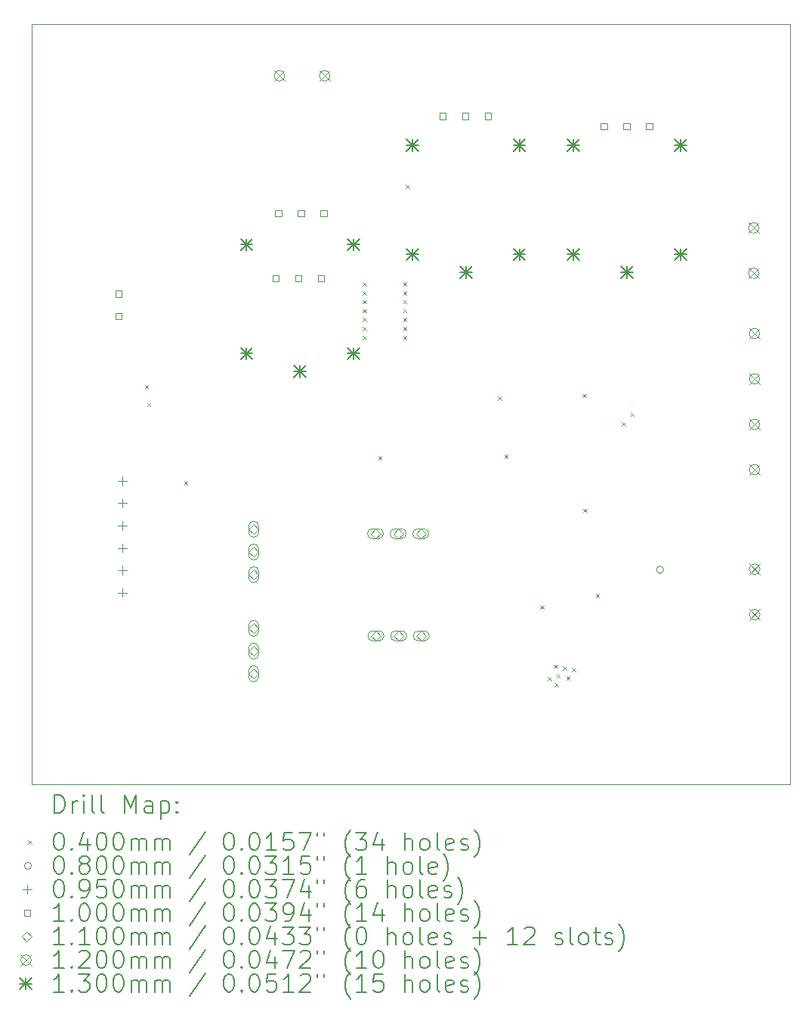
<source format=gbr>
%TF.GenerationSoftware,KiCad,Pcbnew,7.0.9*%
%TF.CreationDate,2024-04-02T14:08:46+05:30*%
%TF.ProjectId,Chg_Dschg Controller,4368675f-4473-4636-9867-20436f6e7472,rev?*%
%TF.SameCoordinates,Original*%
%TF.FileFunction,Drillmap*%
%TF.FilePolarity,Positive*%
%FSLAX45Y45*%
G04 Gerber Fmt 4.5, Leading zero omitted, Abs format (unit mm)*
G04 Created by KiCad (PCBNEW 7.0.9) date 2024-04-02 14:08:46*
%MOMM*%
%LPD*%
G01*
G04 APERTURE LIST*
%ADD10C,0.100000*%
%ADD11C,0.200000*%
%ADD12C,0.110000*%
%ADD13C,0.120000*%
%ADD14C,0.130000*%
G04 APERTURE END LIST*
D10*
X3370000Y-2595000D02*
X11865000Y-2595000D01*
X11865000Y-11105000D01*
X3370000Y-11105000D01*
X3370000Y-2595000D01*
D11*
D10*
X4634665Y-6628800D02*
X4674665Y-6668800D01*
X4674665Y-6628800D02*
X4634665Y-6668800D01*
X4660000Y-6830000D02*
X4700000Y-6870000D01*
X4700000Y-6830000D02*
X4660000Y-6870000D01*
X5075000Y-7705000D02*
X5115000Y-7745000D01*
X5115000Y-7705000D02*
X5075000Y-7745000D01*
X7080000Y-5480000D02*
X7120000Y-5520000D01*
X7120000Y-5480000D02*
X7080000Y-5520000D01*
X7080000Y-5580000D02*
X7120000Y-5620000D01*
X7120000Y-5580000D02*
X7080000Y-5620000D01*
X7080000Y-5680000D02*
X7120000Y-5720000D01*
X7120000Y-5680000D02*
X7080000Y-5720000D01*
X7080000Y-5780000D02*
X7120000Y-5820000D01*
X7120000Y-5780000D02*
X7080000Y-5820000D01*
X7080000Y-5880000D02*
X7120000Y-5920000D01*
X7120000Y-5880000D02*
X7080000Y-5920000D01*
X7080000Y-5980000D02*
X7120000Y-6020000D01*
X7120000Y-5980000D02*
X7080000Y-6020000D01*
X7080000Y-6080000D02*
X7120000Y-6120000D01*
X7120000Y-6080000D02*
X7080000Y-6120000D01*
X7250000Y-7430000D02*
X7290000Y-7470000D01*
X7290000Y-7430000D02*
X7250000Y-7470000D01*
X7530000Y-5480000D02*
X7570000Y-5520000D01*
X7570000Y-5480000D02*
X7530000Y-5520000D01*
X7530000Y-5580000D02*
X7570000Y-5620000D01*
X7570000Y-5580000D02*
X7530000Y-5620000D01*
X7530000Y-5680000D02*
X7570000Y-5720000D01*
X7570000Y-5680000D02*
X7530000Y-5720000D01*
X7530000Y-5780000D02*
X7570000Y-5820000D01*
X7570000Y-5780000D02*
X7530000Y-5820000D01*
X7530000Y-5880000D02*
X7570000Y-5920000D01*
X7570000Y-5880000D02*
X7530000Y-5920000D01*
X7530000Y-5980000D02*
X7570000Y-6020000D01*
X7570000Y-5980000D02*
X7530000Y-6020000D01*
X7530000Y-6080000D02*
X7570000Y-6120000D01*
X7570000Y-6080000D02*
X7530000Y-6120000D01*
X7560000Y-4390000D02*
X7600000Y-4430000D01*
X7600000Y-4390000D02*
X7560000Y-4430000D01*
X8595000Y-6760000D02*
X8635000Y-6800000D01*
X8635000Y-6760000D02*
X8595000Y-6800000D01*
X8665000Y-7410000D02*
X8705000Y-7450000D01*
X8705000Y-7410000D02*
X8665000Y-7450000D01*
X9070000Y-9100000D02*
X9110000Y-9140000D01*
X9110000Y-9100000D02*
X9070000Y-9140000D01*
X9150000Y-9900000D02*
X9190000Y-9940000D01*
X9190000Y-9900000D02*
X9150000Y-9940000D01*
X9220000Y-9760000D02*
X9260000Y-9800000D01*
X9260000Y-9760000D02*
X9220000Y-9800000D01*
X9230000Y-9970000D02*
X9270000Y-10010000D01*
X9270000Y-9970000D02*
X9230000Y-10010000D01*
X9250000Y-9870000D02*
X9290000Y-9910000D01*
X9290000Y-9870000D02*
X9250000Y-9910000D01*
X9320000Y-9780000D02*
X9360000Y-9820000D01*
X9360000Y-9780000D02*
X9320000Y-9820000D01*
X9360000Y-9890000D02*
X9400000Y-9930000D01*
X9400000Y-9890000D02*
X9360000Y-9930000D01*
X9420000Y-9800000D02*
X9460000Y-9840000D01*
X9460000Y-9800000D02*
X9420000Y-9840000D01*
X9540000Y-6730000D02*
X9580000Y-6770000D01*
X9580000Y-6730000D02*
X9540000Y-6770000D01*
X9550000Y-8015000D02*
X9590000Y-8055000D01*
X9590000Y-8015000D02*
X9550000Y-8055000D01*
X9690000Y-8970000D02*
X9730000Y-9010000D01*
X9730000Y-8970000D02*
X9690000Y-9010000D01*
X9980000Y-7046250D02*
X10020000Y-7086250D01*
X10020000Y-7046250D02*
X9980000Y-7086250D01*
X10080000Y-6941300D02*
X10120000Y-6981300D01*
X10120000Y-6941300D02*
X10080000Y-6981300D01*
X10450000Y-8700000D02*
G75*
G03*
X10450000Y-8700000I-40000J0D01*
G01*
X4383900Y-7657700D02*
X4383900Y-7752700D01*
X4336400Y-7705200D02*
X4431400Y-7705200D01*
X4383900Y-7907700D02*
X4383900Y-8002700D01*
X4336400Y-7955200D02*
X4431400Y-7955200D01*
X4383900Y-8157700D02*
X4383900Y-8252700D01*
X4336400Y-8205200D02*
X4431400Y-8205200D01*
X4383900Y-8407700D02*
X4383900Y-8502700D01*
X4336400Y-8455200D02*
X4431400Y-8455200D01*
X4383900Y-8657700D02*
X4383900Y-8752700D01*
X4336400Y-8705200D02*
X4431400Y-8705200D01*
X4383900Y-8907700D02*
X4383900Y-9002700D01*
X4336400Y-8955200D02*
X4431400Y-8955200D01*
X4375356Y-5645356D02*
X4375356Y-5574644D01*
X4304644Y-5574644D01*
X4304644Y-5645356D01*
X4375356Y-5645356D01*
X4375356Y-5895356D02*
X4375356Y-5824644D01*
X4304644Y-5824644D01*
X4304644Y-5895356D01*
X4375356Y-5895356D01*
X6137856Y-5470356D02*
X6137856Y-5399644D01*
X6067144Y-5399644D01*
X6067144Y-5470356D01*
X6137856Y-5470356D01*
X6167856Y-4745356D02*
X6167856Y-4674644D01*
X6097144Y-4674644D01*
X6097144Y-4745356D01*
X6167856Y-4745356D01*
X6391856Y-5470356D02*
X6391856Y-5399644D01*
X6321144Y-5399644D01*
X6321144Y-5470356D01*
X6391856Y-5470356D01*
X6421856Y-4745356D02*
X6421856Y-4674644D01*
X6351144Y-4674644D01*
X6351144Y-4745356D01*
X6421856Y-4745356D01*
X6645856Y-5470356D02*
X6645856Y-5399644D01*
X6575144Y-5399644D01*
X6575144Y-5470356D01*
X6645856Y-5470356D01*
X6675856Y-4745356D02*
X6675856Y-4674644D01*
X6605144Y-4674644D01*
X6605144Y-4745356D01*
X6675856Y-4745356D01*
X8010356Y-3655356D02*
X8010356Y-3584644D01*
X7939644Y-3584644D01*
X7939644Y-3655356D01*
X8010356Y-3655356D01*
X8264356Y-3655356D02*
X8264356Y-3584644D01*
X8193644Y-3584644D01*
X8193644Y-3655356D01*
X8264356Y-3655356D01*
X8518356Y-3655356D02*
X8518356Y-3584644D01*
X8447644Y-3584644D01*
X8447644Y-3655356D01*
X8518356Y-3655356D01*
X9817856Y-3770356D02*
X9817856Y-3699644D01*
X9747144Y-3699644D01*
X9747144Y-3770356D01*
X9817856Y-3770356D01*
X10071856Y-3770356D02*
X10071856Y-3699644D01*
X10001144Y-3699644D01*
X10001144Y-3770356D01*
X10071856Y-3770356D01*
X10325856Y-3770356D02*
X10325856Y-3699644D01*
X10255144Y-3699644D01*
X10255144Y-3770356D01*
X10325856Y-3770356D01*
D12*
X5855500Y-8301000D02*
X5910500Y-8246000D01*
X5855500Y-8191000D01*
X5800500Y-8246000D01*
X5855500Y-8301000D01*
D10*
X5800500Y-8211000D02*
X5800500Y-8281000D01*
X5800500Y-8281000D02*
G75*
G03*
X5910500Y-8281000I55000J0D01*
G01*
X5910500Y-8281000D02*
X5910500Y-8211000D01*
X5910500Y-8211000D02*
G75*
G03*
X5800500Y-8211000I-55000J0D01*
G01*
D12*
X5855500Y-8555000D02*
X5910500Y-8500000D01*
X5855500Y-8445000D01*
X5800500Y-8500000D01*
X5855500Y-8555000D01*
D10*
X5800500Y-8465000D02*
X5800500Y-8535000D01*
X5800500Y-8535000D02*
G75*
G03*
X5910500Y-8535000I55000J0D01*
G01*
X5910500Y-8535000D02*
X5910500Y-8465000D01*
X5910500Y-8465000D02*
G75*
G03*
X5800500Y-8465000I-55000J0D01*
G01*
D12*
X5855500Y-8809000D02*
X5910500Y-8754000D01*
X5855500Y-8699000D01*
X5800500Y-8754000D01*
X5855500Y-8809000D01*
D10*
X5800500Y-8719000D02*
X5800500Y-8789000D01*
X5800500Y-8789000D02*
G75*
G03*
X5910500Y-8789000I55000J0D01*
G01*
X5910500Y-8789000D02*
X5910500Y-8719000D01*
X5910500Y-8719000D02*
G75*
G03*
X5800500Y-8719000I-55000J0D01*
G01*
D12*
X5855500Y-9411000D02*
X5910500Y-9356000D01*
X5855500Y-9301000D01*
X5800500Y-9356000D01*
X5855500Y-9411000D01*
D10*
X5800500Y-9321000D02*
X5800500Y-9391000D01*
X5800500Y-9391000D02*
G75*
G03*
X5910500Y-9391000I55000J0D01*
G01*
X5910500Y-9391000D02*
X5910500Y-9321000D01*
X5910500Y-9321000D02*
G75*
G03*
X5800500Y-9321000I-55000J0D01*
G01*
D12*
X5855500Y-9665000D02*
X5910500Y-9610000D01*
X5855500Y-9555000D01*
X5800500Y-9610000D01*
X5855500Y-9665000D01*
D10*
X5800500Y-9575000D02*
X5800500Y-9645000D01*
X5800500Y-9645000D02*
G75*
G03*
X5910500Y-9645000I55000J0D01*
G01*
X5910500Y-9645000D02*
X5910500Y-9575000D01*
X5910500Y-9575000D02*
G75*
G03*
X5800500Y-9575000I-55000J0D01*
G01*
D12*
X5855500Y-9919000D02*
X5910500Y-9864000D01*
X5855500Y-9809000D01*
X5800500Y-9864000D01*
X5855500Y-9919000D01*
D10*
X5800500Y-9829000D02*
X5800500Y-9899000D01*
X5800500Y-9899000D02*
G75*
G03*
X5910500Y-9899000I55000J0D01*
G01*
X5910500Y-9899000D02*
X5910500Y-9829000D01*
X5910500Y-9829000D02*
G75*
G03*
X5800500Y-9829000I-55000J0D01*
G01*
D12*
X7221000Y-8349500D02*
X7276000Y-8294500D01*
X7221000Y-8239500D01*
X7166000Y-8294500D01*
X7221000Y-8349500D01*
D10*
X7186000Y-8349500D02*
X7256000Y-8349500D01*
X7256000Y-8349500D02*
G75*
G03*
X7256000Y-8239500I0J55000D01*
G01*
X7256000Y-8239500D02*
X7186000Y-8239500D01*
X7186000Y-8239500D02*
G75*
G03*
X7186000Y-8349500I0J-55000D01*
G01*
D12*
X7226000Y-9494500D02*
X7281000Y-9439500D01*
X7226000Y-9384500D01*
X7171000Y-9439500D01*
X7226000Y-9494500D01*
D10*
X7191000Y-9494500D02*
X7261000Y-9494500D01*
X7261000Y-9494500D02*
G75*
G03*
X7261000Y-9384500I0J55000D01*
G01*
X7261000Y-9384500D02*
X7191000Y-9384500D01*
X7191000Y-9384500D02*
G75*
G03*
X7191000Y-9494500I0J-55000D01*
G01*
D12*
X7475000Y-8349500D02*
X7530000Y-8294500D01*
X7475000Y-8239500D01*
X7420000Y-8294500D01*
X7475000Y-8349500D01*
D10*
X7440000Y-8349500D02*
X7510000Y-8349500D01*
X7510000Y-8349500D02*
G75*
G03*
X7510000Y-8239500I0J55000D01*
G01*
X7510000Y-8239500D02*
X7440000Y-8239500D01*
X7440000Y-8239500D02*
G75*
G03*
X7440000Y-8349500I0J-55000D01*
G01*
D12*
X7480000Y-9494500D02*
X7535000Y-9439500D01*
X7480000Y-9384500D01*
X7425000Y-9439500D01*
X7480000Y-9494500D01*
D10*
X7445000Y-9494500D02*
X7515000Y-9494500D01*
X7515000Y-9494500D02*
G75*
G03*
X7515000Y-9384500I0J55000D01*
G01*
X7515000Y-9384500D02*
X7445000Y-9384500D01*
X7445000Y-9384500D02*
G75*
G03*
X7445000Y-9494500I0J-55000D01*
G01*
D12*
X7729000Y-8349500D02*
X7784000Y-8294500D01*
X7729000Y-8239500D01*
X7674000Y-8294500D01*
X7729000Y-8349500D01*
D10*
X7694000Y-8349500D02*
X7764000Y-8349500D01*
X7764000Y-8349500D02*
G75*
G03*
X7764000Y-8239500I0J55000D01*
G01*
X7764000Y-8239500D02*
X7694000Y-8239500D01*
X7694000Y-8239500D02*
G75*
G03*
X7694000Y-8349500I0J-55000D01*
G01*
D12*
X7734000Y-9494500D02*
X7789000Y-9439500D01*
X7734000Y-9384500D01*
X7679000Y-9439500D01*
X7734000Y-9494500D01*
D10*
X7699000Y-9494500D02*
X7769000Y-9494500D01*
X7769000Y-9494500D02*
G75*
G03*
X7769000Y-9384500I0J55000D01*
G01*
X7769000Y-9384500D02*
X7699000Y-9384500D01*
X7699000Y-9384500D02*
G75*
G03*
X7699000Y-9494500I0J-55000D01*
G01*
D13*
X6084250Y-3109250D02*
X6204250Y-3229250D01*
X6204250Y-3109250D02*
X6084250Y-3229250D01*
X6204250Y-3169250D02*
G75*
G03*
X6204250Y-3169250I-60000J0D01*
G01*
X6592250Y-3109250D02*
X6712250Y-3229250D01*
X6712250Y-3109250D02*
X6592250Y-3229250D01*
X6712250Y-3169250D02*
G75*
G03*
X6712250Y-3169250I-60000J0D01*
G01*
X11400750Y-4812750D02*
X11520750Y-4932750D01*
X11520750Y-4812750D02*
X11400750Y-4932750D01*
X11520750Y-4872750D02*
G75*
G03*
X11520750Y-4872750I-60000J0D01*
G01*
X11400750Y-5320750D02*
X11520750Y-5440750D01*
X11520750Y-5320750D02*
X11400750Y-5440750D01*
X11520750Y-5380750D02*
G75*
G03*
X11520750Y-5380750I-60000J0D01*
G01*
X11410000Y-5995000D02*
X11530000Y-6115000D01*
X11530000Y-5995000D02*
X11410000Y-6115000D01*
X11530000Y-6055000D02*
G75*
G03*
X11530000Y-6055000I-60000J0D01*
G01*
X11410000Y-6503000D02*
X11530000Y-6623000D01*
X11530000Y-6503000D02*
X11410000Y-6623000D01*
X11530000Y-6563000D02*
G75*
G03*
X11530000Y-6563000I-60000J0D01*
G01*
X11410000Y-7011000D02*
X11530000Y-7131000D01*
X11530000Y-7011000D02*
X11410000Y-7131000D01*
X11530000Y-7071000D02*
G75*
G03*
X11530000Y-7071000I-60000J0D01*
G01*
X11410000Y-7519000D02*
X11530000Y-7639000D01*
X11530000Y-7519000D02*
X11410000Y-7639000D01*
X11530000Y-7579000D02*
G75*
G03*
X11530000Y-7579000I-60000J0D01*
G01*
X11410750Y-8632750D02*
X11530750Y-8752750D01*
X11530750Y-8632750D02*
X11410750Y-8752750D01*
X11530750Y-8692750D02*
G75*
G03*
X11530750Y-8692750I-60000J0D01*
G01*
X11410750Y-9140750D02*
X11530750Y-9260750D01*
X11530750Y-9140750D02*
X11410750Y-9260750D01*
X11530750Y-9200750D02*
G75*
G03*
X11530750Y-9200750I-60000J0D01*
G01*
D14*
X5710000Y-4992750D02*
X5840000Y-5122750D01*
X5840000Y-4992750D02*
X5710000Y-5122750D01*
X5775000Y-4992750D02*
X5775000Y-5122750D01*
X5710000Y-5057750D02*
X5840000Y-5057750D01*
X5710000Y-6212750D02*
X5840000Y-6342750D01*
X5840000Y-6212750D02*
X5710000Y-6342750D01*
X5775000Y-6212750D02*
X5775000Y-6342750D01*
X5710000Y-6277750D02*
X5840000Y-6277750D01*
X6310000Y-6412750D02*
X6440000Y-6542750D01*
X6440000Y-6412750D02*
X6310000Y-6542750D01*
X6375000Y-6412750D02*
X6375000Y-6542750D01*
X6310000Y-6477750D02*
X6440000Y-6477750D01*
X6910000Y-4992750D02*
X7040000Y-5122750D01*
X7040000Y-4992750D02*
X6910000Y-5122750D01*
X6975000Y-4992750D02*
X6975000Y-5122750D01*
X6910000Y-5057750D02*
X7040000Y-5057750D01*
X6910000Y-6212750D02*
X7040000Y-6342750D01*
X7040000Y-6212750D02*
X6910000Y-6342750D01*
X6975000Y-6212750D02*
X6975000Y-6342750D01*
X6910000Y-6277750D02*
X7040000Y-6277750D01*
X7570000Y-3882750D02*
X7700000Y-4012750D01*
X7700000Y-3882750D02*
X7570000Y-4012750D01*
X7635000Y-3882750D02*
X7635000Y-4012750D01*
X7570000Y-3947750D02*
X7700000Y-3947750D01*
X7570000Y-5102750D02*
X7700000Y-5232750D01*
X7700000Y-5102750D02*
X7570000Y-5232750D01*
X7635000Y-5102750D02*
X7635000Y-5232750D01*
X7570000Y-5167750D02*
X7700000Y-5167750D01*
X8170000Y-5302750D02*
X8300000Y-5432750D01*
X8300000Y-5302750D02*
X8170000Y-5432750D01*
X8235000Y-5302750D02*
X8235000Y-5432750D01*
X8170000Y-5367750D02*
X8300000Y-5367750D01*
X8770000Y-3882750D02*
X8900000Y-4012750D01*
X8900000Y-3882750D02*
X8770000Y-4012750D01*
X8835000Y-3882750D02*
X8835000Y-4012750D01*
X8770000Y-3947750D02*
X8900000Y-3947750D01*
X8770000Y-5102750D02*
X8900000Y-5232750D01*
X8900000Y-5102750D02*
X8770000Y-5232750D01*
X8835000Y-5102750D02*
X8835000Y-5232750D01*
X8770000Y-5167750D02*
X8900000Y-5167750D01*
X9375000Y-3882750D02*
X9505000Y-4012750D01*
X9505000Y-3882750D02*
X9375000Y-4012750D01*
X9440000Y-3882750D02*
X9440000Y-4012750D01*
X9375000Y-3947750D02*
X9505000Y-3947750D01*
X9375000Y-5102750D02*
X9505000Y-5232750D01*
X9505000Y-5102750D02*
X9375000Y-5232750D01*
X9440000Y-5102750D02*
X9440000Y-5232750D01*
X9375000Y-5167750D02*
X9505000Y-5167750D01*
X9975000Y-5302750D02*
X10105000Y-5432750D01*
X10105000Y-5302750D02*
X9975000Y-5432750D01*
X10040000Y-5302750D02*
X10040000Y-5432750D01*
X9975000Y-5367750D02*
X10105000Y-5367750D01*
X10575000Y-3882750D02*
X10705000Y-4012750D01*
X10705000Y-3882750D02*
X10575000Y-4012750D01*
X10640000Y-3882750D02*
X10640000Y-4012750D01*
X10575000Y-3947750D02*
X10705000Y-3947750D01*
X10575000Y-5102750D02*
X10705000Y-5232750D01*
X10705000Y-5102750D02*
X10575000Y-5232750D01*
X10640000Y-5102750D02*
X10640000Y-5232750D01*
X10575000Y-5167750D02*
X10705000Y-5167750D01*
D11*
X3625777Y-11421484D02*
X3625777Y-11221484D01*
X3625777Y-11221484D02*
X3673396Y-11221484D01*
X3673396Y-11221484D02*
X3701967Y-11231008D01*
X3701967Y-11231008D02*
X3721015Y-11250055D01*
X3721015Y-11250055D02*
X3730539Y-11269103D01*
X3730539Y-11269103D02*
X3740062Y-11307198D01*
X3740062Y-11307198D02*
X3740062Y-11335769D01*
X3740062Y-11335769D02*
X3730539Y-11373865D01*
X3730539Y-11373865D02*
X3721015Y-11392912D01*
X3721015Y-11392912D02*
X3701967Y-11411960D01*
X3701967Y-11411960D02*
X3673396Y-11421484D01*
X3673396Y-11421484D02*
X3625777Y-11421484D01*
X3825777Y-11421484D02*
X3825777Y-11288150D01*
X3825777Y-11326246D02*
X3835301Y-11307198D01*
X3835301Y-11307198D02*
X3844824Y-11297674D01*
X3844824Y-11297674D02*
X3863872Y-11288150D01*
X3863872Y-11288150D02*
X3882920Y-11288150D01*
X3949586Y-11421484D02*
X3949586Y-11288150D01*
X3949586Y-11221484D02*
X3940062Y-11231008D01*
X3940062Y-11231008D02*
X3949586Y-11240531D01*
X3949586Y-11240531D02*
X3959110Y-11231008D01*
X3959110Y-11231008D02*
X3949586Y-11221484D01*
X3949586Y-11221484D02*
X3949586Y-11240531D01*
X4073396Y-11421484D02*
X4054348Y-11411960D01*
X4054348Y-11411960D02*
X4044824Y-11392912D01*
X4044824Y-11392912D02*
X4044824Y-11221484D01*
X4178158Y-11421484D02*
X4159110Y-11411960D01*
X4159110Y-11411960D02*
X4149586Y-11392912D01*
X4149586Y-11392912D02*
X4149586Y-11221484D01*
X4406729Y-11421484D02*
X4406729Y-11221484D01*
X4406729Y-11221484D02*
X4473396Y-11364341D01*
X4473396Y-11364341D02*
X4540063Y-11221484D01*
X4540063Y-11221484D02*
X4540063Y-11421484D01*
X4721015Y-11421484D02*
X4721015Y-11316722D01*
X4721015Y-11316722D02*
X4711491Y-11297674D01*
X4711491Y-11297674D02*
X4692444Y-11288150D01*
X4692444Y-11288150D02*
X4654348Y-11288150D01*
X4654348Y-11288150D02*
X4635301Y-11297674D01*
X4721015Y-11411960D02*
X4701967Y-11421484D01*
X4701967Y-11421484D02*
X4654348Y-11421484D01*
X4654348Y-11421484D02*
X4635301Y-11411960D01*
X4635301Y-11411960D02*
X4625777Y-11392912D01*
X4625777Y-11392912D02*
X4625777Y-11373865D01*
X4625777Y-11373865D02*
X4635301Y-11354817D01*
X4635301Y-11354817D02*
X4654348Y-11345293D01*
X4654348Y-11345293D02*
X4701967Y-11345293D01*
X4701967Y-11345293D02*
X4721015Y-11335769D01*
X4816253Y-11288150D02*
X4816253Y-11488150D01*
X4816253Y-11297674D02*
X4835301Y-11288150D01*
X4835301Y-11288150D02*
X4873396Y-11288150D01*
X4873396Y-11288150D02*
X4892444Y-11297674D01*
X4892444Y-11297674D02*
X4901967Y-11307198D01*
X4901967Y-11307198D02*
X4911491Y-11326246D01*
X4911491Y-11326246D02*
X4911491Y-11383388D01*
X4911491Y-11383388D02*
X4901967Y-11402436D01*
X4901967Y-11402436D02*
X4892444Y-11411960D01*
X4892444Y-11411960D02*
X4873396Y-11421484D01*
X4873396Y-11421484D02*
X4835301Y-11421484D01*
X4835301Y-11421484D02*
X4816253Y-11411960D01*
X4997205Y-11402436D02*
X5006729Y-11411960D01*
X5006729Y-11411960D02*
X4997205Y-11421484D01*
X4997205Y-11421484D02*
X4987682Y-11411960D01*
X4987682Y-11411960D02*
X4997205Y-11402436D01*
X4997205Y-11402436D02*
X4997205Y-11421484D01*
X4997205Y-11297674D02*
X5006729Y-11307198D01*
X5006729Y-11307198D02*
X4997205Y-11316722D01*
X4997205Y-11316722D02*
X4987682Y-11307198D01*
X4987682Y-11307198D02*
X4997205Y-11297674D01*
X4997205Y-11297674D02*
X4997205Y-11316722D01*
D10*
X3325000Y-11730000D02*
X3365000Y-11770000D01*
X3365000Y-11730000D02*
X3325000Y-11770000D01*
D11*
X3663872Y-11641484D02*
X3682920Y-11641484D01*
X3682920Y-11641484D02*
X3701967Y-11651008D01*
X3701967Y-11651008D02*
X3711491Y-11660531D01*
X3711491Y-11660531D02*
X3721015Y-11679579D01*
X3721015Y-11679579D02*
X3730539Y-11717674D01*
X3730539Y-11717674D02*
X3730539Y-11765293D01*
X3730539Y-11765293D02*
X3721015Y-11803388D01*
X3721015Y-11803388D02*
X3711491Y-11822436D01*
X3711491Y-11822436D02*
X3701967Y-11831960D01*
X3701967Y-11831960D02*
X3682920Y-11841484D01*
X3682920Y-11841484D02*
X3663872Y-11841484D01*
X3663872Y-11841484D02*
X3644824Y-11831960D01*
X3644824Y-11831960D02*
X3635301Y-11822436D01*
X3635301Y-11822436D02*
X3625777Y-11803388D01*
X3625777Y-11803388D02*
X3616253Y-11765293D01*
X3616253Y-11765293D02*
X3616253Y-11717674D01*
X3616253Y-11717674D02*
X3625777Y-11679579D01*
X3625777Y-11679579D02*
X3635301Y-11660531D01*
X3635301Y-11660531D02*
X3644824Y-11651008D01*
X3644824Y-11651008D02*
X3663872Y-11641484D01*
X3816253Y-11822436D02*
X3825777Y-11831960D01*
X3825777Y-11831960D02*
X3816253Y-11841484D01*
X3816253Y-11841484D02*
X3806729Y-11831960D01*
X3806729Y-11831960D02*
X3816253Y-11822436D01*
X3816253Y-11822436D02*
X3816253Y-11841484D01*
X3997205Y-11708150D02*
X3997205Y-11841484D01*
X3949586Y-11631960D02*
X3901967Y-11774817D01*
X3901967Y-11774817D02*
X4025777Y-11774817D01*
X4140062Y-11641484D02*
X4159110Y-11641484D01*
X4159110Y-11641484D02*
X4178158Y-11651008D01*
X4178158Y-11651008D02*
X4187682Y-11660531D01*
X4187682Y-11660531D02*
X4197205Y-11679579D01*
X4197205Y-11679579D02*
X4206729Y-11717674D01*
X4206729Y-11717674D02*
X4206729Y-11765293D01*
X4206729Y-11765293D02*
X4197205Y-11803388D01*
X4197205Y-11803388D02*
X4187682Y-11822436D01*
X4187682Y-11822436D02*
X4178158Y-11831960D01*
X4178158Y-11831960D02*
X4159110Y-11841484D01*
X4159110Y-11841484D02*
X4140062Y-11841484D01*
X4140062Y-11841484D02*
X4121015Y-11831960D01*
X4121015Y-11831960D02*
X4111491Y-11822436D01*
X4111491Y-11822436D02*
X4101967Y-11803388D01*
X4101967Y-11803388D02*
X4092443Y-11765293D01*
X4092443Y-11765293D02*
X4092443Y-11717674D01*
X4092443Y-11717674D02*
X4101967Y-11679579D01*
X4101967Y-11679579D02*
X4111491Y-11660531D01*
X4111491Y-11660531D02*
X4121015Y-11651008D01*
X4121015Y-11651008D02*
X4140062Y-11641484D01*
X4330539Y-11641484D02*
X4349586Y-11641484D01*
X4349586Y-11641484D02*
X4368634Y-11651008D01*
X4368634Y-11651008D02*
X4378158Y-11660531D01*
X4378158Y-11660531D02*
X4387682Y-11679579D01*
X4387682Y-11679579D02*
X4397205Y-11717674D01*
X4397205Y-11717674D02*
X4397205Y-11765293D01*
X4397205Y-11765293D02*
X4387682Y-11803388D01*
X4387682Y-11803388D02*
X4378158Y-11822436D01*
X4378158Y-11822436D02*
X4368634Y-11831960D01*
X4368634Y-11831960D02*
X4349586Y-11841484D01*
X4349586Y-11841484D02*
X4330539Y-11841484D01*
X4330539Y-11841484D02*
X4311491Y-11831960D01*
X4311491Y-11831960D02*
X4301967Y-11822436D01*
X4301967Y-11822436D02*
X4292444Y-11803388D01*
X4292444Y-11803388D02*
X4282920Y-11765293D01*
X4282920Y-11765293D02*
X4282920Y-11717674D01*
X4282920Y-11717674D02*
X4292444Y-11679579D01*
X4292444Y-11679579D02*
X4301967Y-11660531D01*
X4301967Y-11660531D02*
X4311491Y-11651008D01*
X4311491Y-11651008D02*
X4330539Y-11641484D01*
X4482920Y-11841484D02*
X4482920Y-11708150D01*
X4482920Y-11727198D02*
X4492444Y-11717674D01*
X4492444Y-11717674D02*
X4511491Y-11708150D01*
X4511491Y-11708150D02*
X4540063Y-11708150D01*
X4540063Y-11708150D02*
X4559110Y-11717674D01*
X4559110Y-11717674D02*
X4568634Y-11736722D01*
X4568634Y-11736722D02*
X4568634Y-11841484D01*
X4568634Y-11736722D02*
X4578158Y-11717674D01*
X4578158Y-11717674D02*
X4597205Y-11708150D01*
X4597205Y-11708150D02*
X4625777Y-11708150D01*
X4625777Y-11708150D02*
X4644825Y-11717674D01*
X4644825Y-11717674D02*
X4654348Y-11736722D01*
X4654348Y-11736722D02*
X4654348Y-11841484D01*
X4749586Y-11841484D02*
X4749586Y-11708150D01*
X4749586Y-11727198D02*
X4759110Y-11717674D01*
X4759110Y-11717674D02*
X4778158Y-11708150D01*
X4778158Y-11708150D02*
X4806729Y-11708150D01*
X4806729Y-11708150D02*
X4825777Y-11717674D01*
X4825777Y-11717674D02*
X4835301Y-11736722D01*
X4835301Y-11736722D02*
X4835301Y-11841484D01*
X4835301Y-11736722D02*
X4844825Y-11717674D01*
X4844825Y-11717674D02*
X4863872Y-11708150D01*
X4863872Y-11708150D02*
X4892444Y-11708150D01*
X4892444Y-11708150D02*
X4911491Y-11717674D01*
X4911491Y-11717674D02*
X4921015Y-11736722D01*
X4921015Y-11736722D02*
X4921015Y-11841484D01*
X5311491Y-11631960D02*
X5140063Y-11889103D01*
X5568634Y-11641484D02*
X5587682Y-11641484D01*
X5587682Y-11641484D02*
X5606729Y-11651008D01*
X5606729Y-11651008D02*
X5616253Y-11660531D01*
X5616253Y-11660531D02*
X5625777Y-11679579D01*
X5625777Y-11679579D02*
X5635301Y-11717674D01*
X5635301Y-11717674D02*
X5635301Y-11765293D01*
X5635301Y-11765293D02*
X5625777Y-11803388D01*
X5625777Y-11803388D02*
X5616253Y-11822436D01*
X5616253Y-11822436D02*
X5606729Y-11831960D01*
X5606729Y-11831960D02*
X5587682Y-11841484D01*
X5587682Y-11841484D02*
X5568634Y-11841484D01*
X5568634Y-11841484D02*
X5549587Y-11831960D01*
X5549587Y-11831960D02*
X5540063Y-11822436D01*
X5540063Y-11822436D02*
X5530539Y-11803388D01*
X5530539Y-11803388D02*
X5521015Y-11765293D01*
X5521015Y-11765293D02*
X5521015Y-11717674D01*
X5521015Y-11717674D02*
X5530539Y-11679579D01*
X5530539Y-11679579D02*
X5540063Y-11660531D01*
X5540063Y-11660531D02*
X5549587Y-11651008D01*
X5549587Y-11651008D02*
X5568634Y-11641484D01*
X5721015Y-11822436D02*
X5730539Y-11831960D01*
X5730539Y-11831960D02*
X5721015Y-11841484D01*
X5721015Y-11841484D02*
X5711491Y-11831960D01*
X5711491Y-11831960D02*
X5721015Y-11822436D01*
X5721015Y-11822436D02*
X5721015Y-11841484D01*
X5854348Y-11641484D02*
X5873396Y-11641484D01*
X5873396Y-11641484D02*
X5892444Y-11651008D01*
X5892444Y-11651008D02*
X5901967Y-11660531D01*
X5901967Y-11660531D02*
X5911491Y-11679579D01*
X5911491Y-11679579D02*
X5921015Y-11717674D01*
X5921015Y-11717674D02*
X5921015Y-11765293D01*
X5921015Y-11765293D02*
X5911491Y-11803388D01*
X5911491Y-11803388D02*
X5901967Y-11822436D01*
X5901967Y-11822436D02*
X5892444Y-11831960D01*
X5892444Y-11831960D02*
X5873396Y-11841484D01*
X5873396Y-11841484D02*
X5854348Y-11841484D01*
X5854348Y-11841484D02*
X5835301Y-11831960D01*
X5835301Y-11831960D02*
X5825777Y-11822436D01*
X5825777Y-11822436D02*
X5816253Y-11803388D01*
X5816253Y-11803388D02*
X5806729Y-11765293D01*
X5806729Y-11765293D02*
X5806729Y-11717674D01*
X5806729Y-11717674D02*
X5816253Y-11679579D01*
X5816253Y-11679579D02*
X5825777Y-11660531D01*
X5825777Y-11660531D02*
X5835301Y-11651008D01*
X5835301Y-11651008D02*
X5854348Y-11641484D01*
X6111491Y-11841484D02*
X5997206Y-11841484D01*
X6054348Y-11841484D02*
X6054348Y-11641484D01*
X6054348Y-11641484D02*
X6035301Y-11670055D01*
X6035301Y-11670055D02*
X6016253Y-11689103D01*
X6016253Y-11689103D02*
X5997206Y-11698627D01*
X6292444Y-11641484D02*
X6197206Y-11641484D01*
X6197206Y-11641484D02*
X6187682Y-11736722D01*
X6187682Y-11736722D02*
X6197206Y-11727198D01*
X6197206Y-11727198D02*
X6216253Y-11717674D01*
X6216253Y-11717674D02*
X6263872Y-11717674D01*
X6263872Y-11717674D02*
X6282920Y-11727198D01*
X6282920Y-11727198D02*
X6292444Y-11736722D01*
X6292444Y-11736722D02*
X6301967Y-11755769D01*
X6301967Y-11755769D02*
X6301967Y-11803388D01*
X6301967Y-11803388D02*
X6292444Y-11822436D01*
X6292444Y-11822436D02*
X6282920Y-11831960D01*
X6282920Y-11831960D02*
X6263872Y-11841484D01*
X6263872Y-11841484D02*
X6216253Y-11841484D01*
X6216253Y-11841484D02*
X6197206Y-11831960D01*
X6197206Y-11831960D02*
X6187682Y-11822436D01*
X6368634Y-11641484D02*
X6501967Y-11641484D01*
X6501967Y-11641484D02*
X6416253Y-11841484D01*
X6568634Y-11641484D02*
X6568634Y-11679579D01*
X6644825Y-11641484D02*
X6644825Y-11679579D01*
X6940063Y-11917674D02*
X6930539Y-11908150D01*
X6930539Y-11908150D02*
X6911491Y-11879579D01*
X6911491Y-11879579D02*
X6901968Y-11860531D01*
X6901968Y-11860531D02*
X6892444Y-11831960D01*
X6892444Y-11831960D02*
X6882920Y-11784341D01*
X6882920Y-11784341D02*
X6882920Y-11746246D01*
X6882920Y-11746246D02*
X6892444Y-11698627D01*
X6892444Y-11698627D02*
X6901968Y-11670055D01*
X6901968Y-11670055D02*
X6911491Y-11651008D01*
X6911491Y-11651008D02*
X6930539Y-11622436D01*
X6930539Y-11622436D02*
X6940063Y-11612912D01*
X6997206Y-11641484D02*
X7121015Y-11641484D01*
X7121015Y-11641484D02*
X7054348Y-11717674D01*
X7054348Y-11717674D02*
X7082920Y-11717674D01*
X7082920Y-11717674D02*
X7101968Y-11727198D01*
X7101968Y-11727198D02*
X7111491Y-11736722D01*
X7111491Y-11736722D02*
X7121015Y-11755769D01*
X7121015Y-11755769D02*
X7121015Y-11803388D01*
X7121015Y-11803388D02*
X7111491Y-11822436D01*
X7111491Y-11822436D02*
X7101968Y-11831960D01*
X7101968Y-11831960D02*
X7082920Y-11841484D01*
X7082920Y-11841484D02*
X7025777Y-11841484D01*
X7025777Y-11841484D02*
X7006729Y-11831960D01*
X7006729Y-11831960D02*
X6997206Y-11822436D01*
X7292444Y-11708150D02*
X7292444Y-11841484D01*
X7244825Y-11631960D02*
X7197206Y-11774817D01*
X7197206Y-11774817D02*
X7321015Y-11774817D01*
X7549587Y-11841484D02*
X7549587Y-11641484D01*
X7635301Y-11841484D02*
X7635301Y-11736722D01*
X7635301Y-11736722D02*
X7625777Y-11717674D01*
X7625777Y-11717674D02*
X7606730Y-11708150D01*
X7606730Y-11708150D02*
X7578158Y-11708150D01*
X7578158Y-11708150D02*
X7559110Y-11717674D01*
X7559110Y-11717674D02*
X7549587Y-11727198D01*
X7759110Y-11841484D02*
X7740063Y-11831960D01*
X7740063Y-11831960D02*
X7730539Y-11822436D01*
X7730539Y-11822436D02*
X7721015Y-11803388D01*
X7721015Y-11803388D02*
X7721015Y-11746246D01*
X7721015Y-11746246D02*
X7730539Y-11727198D01*
X7730539Y-11727198D02*
X7740063Y-11717674D01*
X7740063Y-11717674D02*
X7759110Y-11708150D01*
X7759110Y-11708150D02*
X7787682Y-11708150D01*
X7787682Y-11708150D02*
X7806730Y-11717674D01*
X7806730Y-11717674D02*
X7816253Y-11727198D01*
X7816253Y-11727198D02*
X7825777Y-11746246D01*
X7825777Y-11746246D02*
X7825777Y-11803388D01*
X7825777Y-11803388D02*
X7816253Y-11822436D01*
X7816253Y-11822436D02*
X7806730Y-11831960D01*
X7806730Y-11831960D02*
X7787682Y-11841484D01*
X7787682Y-11841484D02*
X7759110Y-11841484D01*
X7940063Y-11841484D02*
X7921015Y-11831960D01*
X7921015Y-11831960D02*
X7911491Y-11812912D01*
X7911491Y-11812912D02*
X7911491Y-11641484D01*
X8092444Y-11831960D02*
X8073396Y-11841484D01*
X8073396Y-11841484D02*
X8035301Y-11841484D01*
X8035301Y-11841484D02*
X8016253Y-11831960D01*
X8016253Y-11831960D02*
X8006730Y-11812912D01*
X8006730Y-11812912D02*
X8006730Y-11736722D01*
X8006730Y-11736722D02*
X8016253Y-11717674D01*
X8016253Y-11717674D02*
X8035301Y-11708150D01*
X8035301Y-11708150D02*
X8073396Y-11708150D01*
X8073396Y-11708150D02*
X8092444Y-11717674D01*
X8092444Y-11717674D02*
X8101968Y-11736722D01*
X8101968Y-11736722D02*
X8101968Y-11755769D01*
X8101968Y-11755769D02*
X8006730Y-11774817D01*
X8178158Y-11831960D02*
X8197206Y-11841484D01*
X8197206Y-11841484D02*
X8235301Y-11841484D01*
X8235301Y-11841484D02*
X8254349Y-11831960D01*
X8254349Y-11831960D02*
X8263872Y-11812912D01*
X8263872Y-11812912D02*
X8263872Y-11803388D01*
X8263872Y-11803388D02*
X8254349Y-11784341D01*
X8254349Y-11784341D02*
X8235301Y-11774817D01*
X8235301Y-11774817D02*
X8206730Y-11774817D01*
X8206730Y-11774817D02*
X8187682Y-11765293D01*
X8187682Y-11765293D02*
X8178158Y-11746246D01*
X8178158Y-11746246D02*
X8178158Y-11736722D01*
X8178158Y-11736722D02*
X8187682Y-11717674D01*
X8187682Y-11717674D02*
X8206730Y-11708150D01*
X8206730Y-11708150D02*
X8235301Y-11708150D01*
X8235301Y-11708150D02*
X8254349Y-11717674D01*
X8330539Y-11917674D02*
X8340063Y-11908150D01*
X8340063Y-11908150D02*
X8359111Y-11879579D01*
X8359111Y-11879579D02*
X8368634Y-11860531D01*
X8368634Y-11860531D02*
X8378158Y-11831960D01*
X8378158Y-11831960D02*
X8387682Y-11784341D01*
X8387682Y-11784341D02*
X8387682Y-11746246D01*
X8387682Y-11746246D02*
X8378158Y-11698627D01*
X8378158Y-11698627D02*
X8368634Y-11670055D01*
X8368634Y-11670055D02*
X8359111Y-11651008D01*
X8359111Y-11651008D02*
X8340063Y-11622436D01*
X8340063Y-11622436D02*
X8330539Y-11612912D01*
D10*
X3365000Y-12014000D02*
G75*
G03*
X3365000Y-12014000I-40000J0D01*
G01*
D11*
X3663872Y-11905484D02*
X3682920Y-11905484D01*
X3682920Y-11905484D02*
X3701967Y-11915008D01*
X3701967Y-11915008D02*
X3711491Y-11924531D01*
X3711491Y-11924531D02*
X3721015Y-11943579D01*
X3721015Y-11943579D02*
X3730539Y-11981674D01*
X3730539Y-11981674D02*
X3730539Y-12029293D01*
X3730539Y-12029293D02*
X3721015Y-12067388D01*
X3721015Y-12067388D02*
X3711491Y-12086436D01*
X3711491Y-12086436D02*
X3701967Y-12095960D01*
X3701967Y-12095960D02*
X3682920Y-12105484D01*
X3682920Y-12105484D02*
X3663872Y-12105484D01*
X3663872Y-12105484D02*
X3644824Y-12095960D01*
X3644824Y-12095960D02*
X3635301Y-12086436D01*
X3635301Y-12086436D02*
X3625777Y-12067388D01*
X3625777Y-12067388D02*
X3616253Y-12029293D01*
X3616253Y-12029293D02*
X3616253Y-11981674D01*
X3616253Y-11981674D02*
X3625777Y-11943579D01*
X3625777Y-11943579D02*
X3635301Y-11924531D01*
X3635301Y-11924531D02*
X3644824Y-11915008D01*
X3644824Y-11915008D02*
X3663872Y-11905484D01*
X3816253Y-12086436D02*
X3825777Y-12095960D01*
X3825777Y-12095960D02*
X3816253Y-12105484D01*
X3816253Y-12105484D02*
X3806729Y-12095960D01*
X3806729Y-12095960D02*
X3816253Y-12086436D01*
X3816253Y-12086436D02*
X3816253Y-12105484D01*
X3940062Y-11991198D02*
X3921015Y-11981674D01*
X3921015Y-11981674D02*
X3911491Y-11972150D01*
X3911491Y-11972150D02*
X3901967Y-11953103D01*
X3901967Y-11953103D02*
X3901967Y-11943579D01*
X3901967Y-11943579D02*
X3911491Y-11924531D01*
X3911491Y-11924531D02*
X3921015Y-11915008D01*
X3921015Y-11915008D02*
X3940062Y-11905484D01*
X3940062Y-11905484D02*
X3978158Y-11905484D01*
X3978158Y-11905484D02*
X3997205Y-11915008D01*
X3997205Y-11915008D02*
X4006729Y-11924531D01*
X4006729Y-11924531D02*
X4016253Y-11943579D01*
X4016253Y-11943579D02*
X4016253Y-11953103D01*
X4016253Y-11953103D02*
X4006729Y-11972150D01*
X4006729Y-11972150D02*
X3997205Y-11981674D01*
X3997205Y-11981674D02*
X3978158Y-11991198D01*
X3978158Y-11991198D02*
X3940062Y-11991198D01*
X3940062Y-11991198D02*
X3921015Y-12000722D01*
X3921015Y-12000722D02*
X3911491Y-12010246D01*
X3911491Y-12010246D02*
X3901967Y-12029293D01*
X3901967Y-12029293D02*
X3901967Y-12067388D01*
X3901967Y-12067388D02*
X3911491Y-12086436D01*
X3911491Y-12086436D02*
X3921015Y-12095960D01*
X3921015Y-12095960D02*
X3940062Y-12105484D01*
X3940062Y-12105484D02*
X3978158Y-12105484D01*
X3978158Y-12105484D02*
X3997205Y-12095960D01*
X3997205Y-12095960D02*
X4006729Y-12086436D01*
X4006729Y-12086436D02*
X4016253Y-12067388D01*
X4016253Y-12067388D02*
X4016253Y-12029293D01*
X4016253Y-12029293D02*
X4006729Y-12010246D01*
X4006729Y-12010246D02*
X3997205Y-12000722D01*
X3997205Y-12000722D02*
X3978158Y-11991198D01*
X4140062Y-11905484D02*
X4159110Y-11905484D01*
X4159110Y-11905484D02*
X4178158Y-11915008D01*
X4178158Y-11915008D02*
X4187682Y-11924531D01*
X4187682Y-11924531D02*
X4197205Y-11943579D01*
X4197205Y-11943579D02*
X4206729Y-11981674D01*
X4206729Y-11981674D02*
X4206729Y-12029293D01*
X4206729Y-12029293D02*
X4197205Y-12067388D01*
X4197205Y-12067388D02*
X4187682Y-12086436D01*
X4187682Y-12086436D02*
X4178158Y-12095960D01*
X4178158Y-12095960D02*
X4159110Y-12105484D01*
X4159110Y-12105484D02*
X4140062Y-12105484D01*
X4140062Y-12105484D02*
X4121015Y-12095960D01*
X4121015Y-12095960D02*
X4111491Y-12086436D01*
X4111491Y-12086436D02*
X4101967Y-12067388D01*
X4101967Y-12067388D02*
X4092443Y-12029293D01*
X4092443Y-12029293D02*
X4092443Y-11981674D01*
X4092443Y-11981674D02*
X4101967Y-11943579D01*
X4101967Y-11943579D02*
X4111491Y-11924531D01*
X4111491Y-11924531D02*
X4121015Y-11915008D01*
X4121015Y-11915008D02*
X4140062Y-11905484D01*
X4330539Y-11905484D02*
X4349586Y-11905484D01*
X4349586Y-11905484D02*
X4368634Y-11915008D01*
X4368634Y-11915008D02*
X4378158Y-11924531D01*
X4378158Y-11924531D02*
X4387682Y-11943579D01*
X4387682Y-11943579D02*
X4397205Y-11981674D01*
X4397205Y-11981674D02*
X4397205Y-12029293D01*
X4397205Y-12029293D02*
X4387682Y-12067388D01*
X4387682Y-12067388D02*
X4378158Y-12086436D01*
X4378158Y-12086436D02*
X4368634Y-12095960D01*
X4368634Y-12095960D02*
X4349586Y-12105484D01*
X4349586Y-12105484D02*
X4330539Y-12105484D01*
X4330539Y-12105484D02*
X4311491Y-12095960D01*
X4311491Y-12095960D02*
X4301967Y-12086436D01*
X4301967Y-12086436D02*
X4292444Y-12067388D01*
X4292444Y-12067388D02*
X4282920Y-12029293D01*
X4282920Y-12029293D02*
X4282920Y-11981674D01*
X4282920Y-11981674D02*
X4292444Y-11943579D01*
X4292444Y-11943579D02*
X4301967Y-11924531D01*
X4301967Y-11924531D02*
X4311491Y-11915008D01*
X4311491Y-11915008D02*
X4330539Y-11905484D01*
X4482920Y-12105484D02*
X4482920Y-11972150D01*
X4482920Y-11991198D02*
X4492444Y-11981674D01*
X4492444Y-11981674D02*
X4511491Y-11972150D01*
X4511491Y-11972150D02*
X4540063Y-11972150D01*
X4540063Y-11972150D02*
X4559110Y-11981674D01*
X4559110Y-11981674D02*
X4568634Y-12000722D01*
X4568634Y-12000722D02*
X4568634Y-12105484D01*
X4568634Y-12000722D02*
X4578158Y-11981674D01*
X4578158Y-11981674D02*
X4597205Y-11972150D01*
X4597205Y-11972150D02*
X4625777Y-11972150D01*
X4625777Y-11972150D02*
X4644825Y-11981674D01*
X4644825Y-11981674D02*
X4654348Y-12000722D01*
X4654348Y-12000722D02*
X4654348Y-12105484D01*
X4749586Y-12105484D02*
X4749586Y-11972150D01*
X4749586Y-11991198D02*
X4759110Y-11981674D01*
X4759110Y-11981674D02*
X4778158Y-11972150D01*
X4778158Y-11972150D02*
X4806729Y-11972150D01*
X4806729Y-11972150D02*
X4825777Y-11981674D01*
X4825777Y-11981674D02*
X4835301Y-12000722D01*
X4835301Y-12000722D02*
X4835301Y-12105484D01*
X4835301Y-12000722D02*
X4844825Y-11981674D01*
X4844825Y-11981674D02*
X4863872Y-11972150D01*
X4863872Y-11972150D02*
X4892444Y-11972150D01*
X4892444Y-11972150D02*
X4911491Y-11981674D01*
X4911491Y-11981674D02*
X4921015Y-12000722D01*
X4921015Y-12000722D02*
X4921015Y-12105484D01*
X5311491Y-11895960D02*
X5140063Y-12153103D01*
X5568634Y-11905484D02*
X5587682Y-11905484D01*
X5587682Y-11905484D02*
X5606729Y-11915008D01*
X5606729Y-11915008D02*
X5616253Y-11924531D01*
X5616253Y-11924531D02*
X5625777Y-11943579D01*
X5625777Y-11943579D02*
X5635301Y-11981674D01*
X5635301Y-11981674D02*
X5635301Y-12029293D01*
X5635301Y-12029293D02*
X5625777Y-12067388D01*
X5625777Y-12067388D02*
X5616253Y-12086436D01*
X5616253Y-12086436D02*
X5606729Y-12095960D01*
X5606729Y-12095960D02*
X5587682Y-12105484D01*
X5587682Y-12105484D02*
X5568634Y-12105484D01*
X5568634Y-12105484D02*
X5549587Y-12095960D01*
X5549587Y-12095960D02*
X5540063Y-12086436D01*
X5540063Y-12086436D02*
X5530539Y-12067388D01*
X5530539Y-12067388D02*
X5521015Y-12029293D01*
X5521015Y-12029293D02*
X5521015Y-11981674D01*
X5521015Y-11981674D02*
X5530539Y-11943579D01*
X5530539Y-11943579D02*
X5540063Y-11924531D01*
X5540063Y-11924531D02*
X5549587Y-11915008D01*
X5549587Y-11915008D02*
X5568634Y-11905484D01*
X5721015Y-12086436D02*
X5730539Y-12095960D01*
X5730539Y-12095960D02*
X5721015Y-12105484D01*
X5721015Y-12105484D02*
X5711491Y-12095960D01*
X5711491Y-12095960D02*
X5721015Y-12086436D01*
X5721015Y-12086436D02*
X5721015Y-12105484D01*
X5854348Y-11905484D02*
X5873396Y-11905484D01*
X5873396Y-11905484D02*
X5892444Y-11915008D01*
X5892444Y-11915008D02*
X5901967Y-11924531D01*
X5901967Y-11924531D02*
X5911491Y-11943579D01*
X5911491Y-11943579D02*
X5921015Y-11981674D01*
X5921015Y-11981674D02*
X5921015Y-12029293D01*
X5921015Y-12029293D02*
X5911491Y-12067388D01*
X5911491Y-12067388D02*
X5901967Y-12086436D01*
X5901967Y-12086436D02*
X5892444Y-12095960D01*
X5892444Y-12095960D02*
X5873396Y-12105484D01*
X5873396Y-12105484D02*
X5854348Y-12105484D01*
X5854348Y-12105484D02*
X5835301Y-12095960D01*
X5835301Y-12095960D02*
X5825777Y-12086436D01*
X5825777Y-12086436D02*
X5816253Y-12067388D01*
X5816253Y-12067388D02*
X5806729Y-12029293D01*
X5806729Y-12029293D02*
X5806729Y-11981674D01*
X5806729Y-11981674D02*
X5816253Y-11943579D01*
X5816253Y-11943579D02*
X5825777Y-11924531D01*
X5825777Y-11924531D02*
X5835301Y-11915008D01*
X5835301Y-11915008D02*
X5854348Y-11905484D01*
X5987682Y-11905484D02*
X6111491Y-11905484D01*
X6111491Y-11905484D02*
X6044825Y-11981674D01*
X6044825Y-11981674D02*
X6073396Y-11981674D01*
X6073396Y-11981674D02*
X6092444Y-11991198D01*
X6092444Y-11991198D02*
X6101967Y-12000722D01*
X6101967Y-12000722D02*
X6111491Y-12019769D01*
X6111491Y-12019769D02*
X6111491Y-12067388D01*
X6111491Y-12067388D02*
X6101967Y-12086436D01*
X6101967Y-12086436D02*
X6092444Y-12095960D01*
X6092444Y-12095960D02*
X6073396Y-12105484D01*
X6073396Y-12105484D02*
X6016253Y-12105484D01*
X6016253Y-12105484D02*
X5997206Y-12095960D01*
X5997206Y-12095960D02*
X5987682Y-12086436D01*
X6301967Y-12105484D02*
X6187682Y-12105484D01*
X6244825Y-12105484D02*
X6244825Y-11905484D01*
X6244825Y-11905484D02*
X6225777Y-11934055D01*
X6225777Y-11934055D02*
X6206729Y-11953103D01*
X6206729Y-11953103D02*
X6187682Y-11962627D01*
X6482920Y-11905484D02*
X6387682Y-11905484D01*
X6387682Y-11905484D02*
X6378158Y-12000722D01*
X6378158Y-12000722D02*
X6387682Y-11991198D01*
X6387682Y-11991198D02*
X6406729Y-11981674D01*
X6406729Y-11981674D02*
X6454348Y-11981674D01*
X6454348Y-11981674D02*
X6473396Y-11991198D01*
X6473396Y-11991198D02*
X6482920Y-12000722D01*
X6482920Y-12000722D02*
X6492444Y-12019769D01*
X6492444Y-12019769D02*
X6492444Y-12067388D01*
X6492444Y-12067388D02*
X6482920Y-12086436D01*
X6482920Y-12086436D02*
X6473396Y-12095960D01*
X6473396Y-12095960D02*
X6454348Y-12105484D01*
X6454348Y-12105484D02*
X6406729Y-12105484D01*
X6406729Y-12105484D02*
X6387682Y-12095960D01*
X6387682Y-12095960D02*
X6378158Y-12086436D01*
X6568634Y-11905484D02*
X6568634Y-11943579D01*
X6644825Y-11905484D02*
X6644825Y-11943579D01*
X6940063Y-12181674D02*
X6930539Y-12172150D01*
X6930539Y-12172150D02*
X6911491Y-12143579D01*
X6911491Y-12143579D02*
X6901968Y-12124531D01*
X6901968Y-12124531D02*
X6892444Y-12095960D01*
X6892444Y-12095960D02*
X6882920Y-12048341D01*
X6882920Y-12048341D02*
X6882920Y-12010246D01*
X6882920Y-12010246D02*
X6892444Y-11962627D01*
X6892444Y-11962627D02*
X6901968Y-11934055D01*
X6901968Y-11934055D02*
X6911491Y-11915008D01*
X6911491Y-11915008D02*
X6930539Y-11886436D01*
X6930539Y-11886436D02*
X6940063Y-11876912D01*
X7121015Y-12105484D02*
X7006729Y-12105484D01*
X7063872Y-12105484D02*
X7063872Y-11905484D01*
X7063872Y-11905484D02*
X7044825Y-11934055D01*
X7044825Y-11934055D02*
X7025777Y-11953103D01*
X7025777Y-11953103D02*
X7006729Y-11962627D01*
X7359110Y-12105484D02*
X7359110Y-11905484D01*
X7444825Y-12105484D02*
X7444825Y-12000722D01*
X7444825Y-12000722D02*
X7435301Y-11981674D01*
X7435301Y-11981674D02*
X7416253Y-11972150D01*
X7416253Y-11972150D02*
X7387682Y-11972150D01*
X7387682Y-11972150D02*
X7368634Y-11981674D01*
X7368634Y-11981674D02*
X7359110Y-11991198D01*
X7568634Y-12105484D02*
X7549587Y-12095960D01*
X7549587Y-12095960D02*
X7540063Y-12086436D01*
X7540063Y-12086436D02*
X7530539Y-12067388D01*
X7530539Y-12067388D02*
X7530539Y-12010246D01*
X7530539Y-12010246D02*
X7540063Y-11991198D01*
X7540063Y-11991198D02*
X7549587Y-11981674D01*
X7549587Y-11981674D02*
X7568634Y-11972150D01*
X7568634Y-11972150D02*
X7597206Y-11972150D01*
X7597206Y-11972150D02*
X7616253Y-11981674D01*
X7616253Y-11981674D02*
X7625777Y-11991198D01*
X7625777Y-11991198D02*
X7635301Y-12010246D01*
X7635301Y-12010246D02*
X7635301Y-12067388D01*
X7635301Y-12067388D02*
X7625777Y-12086436D01*
X7625777Y-12086436D02*
X7616253Y-12095960D01*
X7616253Y-12095960D02*
X7597206Y-12105484D01*
X7597206Y-12105484D02*
X7568634Y-12105484D01*
X7749587Y-12105484D02*
X7730539Y-12095960D01*
X7730539Y-12095960D02*
X7721015Y-12076912D01*
X7721015Y-12076912D02*
X7721015Y-11905484D01*
X7901968Y-12095960D02*
X7882920Y-12105484D01*
X7882920Y-12105484D02*
X7844825Y-12105484D01*
X7844825Y-12105484D02*
X7825777Y-12095960D01*
X7825777Y-12095960D02*
X7816253Y-12076912D01*
X7816253Y-12076912D02*
X7816253Y-12000722D01*
X7816253Y-12000722D02*
X7825777Y-11981674D01*
X7825777Y-11981674D02*
X7844825Y-11972150D01*
X7844825Y-11972150D02*
X7882920Y-11972150D01*
X7882920Y-11972150D02*
X7901968Y-11981674D01*
X7901968Y-11981674D02*
X7911491Y-12000722D01*
X7911491Y-12000722D02*
X7911491Y-12019769D01*
X7911491Y-12019769D02*
X7816253Y-12038817D01*
X7978158Y-12181674D02*
X7987682Y-12172150D01*
X7987682Y-12172150D02*
X8006730Y-12143579D01*
X8006730Y-12143579D02*
X8016253Y-12124531D01*
X8016253Y-12124531D02*
X8025777Y-12095960D01*
X8025777Y-12095960D02*
X8035301Y-12048341D01*
X8035301Y-12048341D02*
X8035301Y-12010246D01*
X8035301Y-12010246D02*
X8025777Y-11962627D01*
X8025777Y-11962627D02*
X8016253Y-11934055D01*
X8016253Y-11934055D02*
X8006730Y-11915008D01*
X8006730Y-11915008D02*
X7987682Y-11886436D01*
X7987682Y-11886436D02*
X7978158Y-11876912D01*
D10*
X3317500Y-12230500D02*
X3317500Y-12325500D01*
X3270000Y-12278000D02*
X3365000Y-12278000D01*
D11*
X3663872Y-12169484D02*
X3682920Y-12169484D01*
X3682920Y-12169484D02*
X3701967Y-12179008D01*
X3701967Y-12179008D02*
X3711491Y-12188531D01*
X3711491Y-12188531D02*
X3721015Y-12207579D01*
X3721015Y-12207579D02*
X3730539Y-12245674D01*
X3730539Y-12245674D02*
X3730539Y-12293293D01*
X3730539Y-12293293D02*
X3721015Y-12331388D01*
X3721015Y-12331388D02*
X3711491Y-12350436D01*
X3711491Y-12350436D02*
X3701967Y-12359960D01*
X3701967Y-12359960D02*
X3682920Y-12369484D01*
X3682920Y-12369484D02*
X3663872Y-12369484D01*
X3663872Y-12369484D02*
X3644824Y-12359960D01*
X3644824Y-12359960D02*
X3635301Y-12350436D01*
X3635301Y-12350436D02*
X3625777Y-12331388D01*
X3625777Y-12331388D02*
X3616253Y-12293293D01*
X3616253Y-12293293D02*
X3616253Y-12245674D01*
X3616253Y-12245674D02*
X3625777Y-12207579D01*
X3625777Y-12207579D02*
X3635301Y-12188531D01*
X3635301Y-12188531D02*
X3644824Y-12179008D01*
X3644824Y-12179008D02*
X3663872Y-12169484D01*
X3816253Y-12350436D02*
X3825777Y-12359960D01*
X3825777Y-12359960D02*
X3816253Y-12369484D01*
X3816253Y-12369484D02*
X3806729Y-12359960D01*
X3806729Y-12359960D02*
X3816253Y-12350436D01*
X3816253Y-12350436D02*
X3816253Y-12369484D01*
X3921015Y-12369484D02*
X3959110Y-12369484D01*
X3959110Y-12369484D02*
X3978158Y-12359960D01*
X3978158Y-12359960D02*
X3987682Y-12350436D01*
X3987682Y-12350436D02*
X4006729Y-12321865D01*
X4006729Y-12321865D02*
X4016253Y-12283769D01*
X4016253Y-12283769D02*
X4016253Y-12207579D01*
X4016253Y-12207579D02*
X4006729Y-12188531D01*
X4006729Y-12188531D02*
X3997205Y-12179008D01*
X3997205Y-12179008D02*
X3978158Y-12169484D01*
X3978158Y-12169484D02*
X3940062Y-12169484D01*
X3940062Y-12169484D02*
X3921015Y-12179008D01*
X3921015Y-12179008D02*
X3911491Y-12188531D01*
X3911491Y-12188531D02*
X3901967Y-12207579D01*
X3901967Y-12207579D02*
X3901967Y-12255198D01*
X3901967Y-12255198D02*
X3911491Y-12274246D01*
X3911491Y-12274246D02*
X3921015Y-12283769D01*
X3921015Y-12283769D02*
X3940062Y-12293293D01*
X3940062Y-12293293D02*
X3978158Y-12293293D01*
X3978158Y-12293293D02*
X3997205Y-12283769D01*
X3997205Y-12283769D02*
X4006729Y-12274246D01*
X4006729Y-12274246D02*
X4016253Y-12255198D01*
X4197205Y-12169484D02*
X4101967Y-12169484D01*
X4101967Y-12169484D02*
X4092443Y-12264722D01*
X4092443Y-12264722D02*
X4101967Y-12255198D01*
X4101967Y-12255198D02*
X4121015Y-12245674D01*
X4121015Y-12245674D02*
X4168634Y-12245674D01*
X4168634Y-12245674D02*
X4187682Y-12255198D01*
X4187682Y-12255198D02*
X4197205Y-12264722D01*
X4197205Y-12264722D02*
X4206729Y-12283769D01*
X4206729Y-12283769D02*
X4206729Y-12331388D01*
X4206729Y-12331388D02*
X4197205Y-12350436D01*
X4197205Y-12350436D02*
X4187682Y-12359960D01*
X4187682Y-12359960D02*
X4168634Y-12369484D01*
X4168634Y-12369484D02*
X4121015Y-12369484D01*
X4121015Y-12369484D02*
X4101967Y-12359960D01*
X4101967Y-12359960D02*
X4092443Y-12350436D01*
X4330539Y-12169484D02*
X4349586Y-12169484D01*
X4349586Y-12169484D02*
X4368634Y-12179008D01*
X4368634Y-12179008D02*
X4378158Y-12188531D01*
X4378158Y-12188531D02*
X4387682Y-12207579D01*
X4387682Y-12207579D02*
X4397205Y-12245674D01*
X4397205Y-12245674D02*
X4397205Y-12293293D01*
X4397205Y-12293293D02*
X4387682Y-12331388D01*
X4387682Y-12331388D02*
X4378158Y-12350436D01*
X4378158Y-12350436D02*
X4368634Y-12359960D01*
X4368634Y-12359960D02*
X4349586Y-12369484D01*
X4349586Y-12369484D02*
X4330539Y-12369484D01*
X4330539Y-12369484D02*
X4311491Y-12359960D01*
X4311491Y-12359960D02*
X4301967Y-12350436D01*
X4301967Y-12350436D02*
X4292444Y-12331388D01*
X4292444Y-12331388D02*
X4282920Y-12293293D01*
X4282920Y-12293293D02*
X4282920Y-12245674D01*
X4282920Y-12245674D02*
X4292444Y-12207579D01*
X4292444Y-12207579D02*
X4301967Y-12188531D01*
X4301967Y-12188531D02*
X4311491Y-12179008D01*
X4311491Y-12179008D02*
X4330539Y-12169484D01*
X4482920Y-12369484D02*
X4482920Y-12236150D01*
X4482920Y-12255198D02*
X4492444Y-12245674D01*
X4492444Y-12245674D02*
X4511491Y-12236150D01*
X4511491Y-12236150D02*
X4540063Y-12236150D01*
X4540063Y-12236150D02*
X4559110Y-12245674D01*
X4559110Y-12245674D02*
X4568634Y-12264722D01*
X4568634Y-12264722D02*
X4568634Y-12369484D01*
X4568634Y-12264722D02*
X4578158Y-12245674D01*
X4578158Y-12245674D02*
X4597205Y-12236150D01*
X4597205Y-12236150D02*
X4625777Y-12236150D01*
X4625777Y-12236150D02*
X4644825Y-12245674D01*
X4644825Y-12245674D02*
X4654348Y-12264722D01*
X4654348Y-12264722D02*
X4654348Y-12369484D01*
X4749586Y-12369484D02*
X4749586Y-12236150D01*
X4749586Y-12255198D02*
X4759110Y-12245674D01*
X4759110Y-12245674D02*
X4778158Y-12236150D01*
X4778158Y-12236150D02*
X4806729Y-12236150D01*
X4806729Y-12236150D02*
X4825777Y-12245674D01*
X4825777Y-12245674D02*
X4835301Y-12264722D01*
X4835301Y-12264722D02*
X4835301Y-12369484D01*
X4835301Y-12264722D02*
X4844825Y-12245674D01*
X4844825Y-12245674D02*
X4863872Y-12236150D01*
X4863872Y-12236150D02*
X4892444Y-12236150D01*
X4892444Y-12236150D02*
X4911491Y-12245674D01*
X4911491Y-12245674D02*
X4921015Y-12264722D01*
X4921015Y-12264722D02*
X4921015Y-12369484D01*
X5311491Y-12159960D02*
X5140063Y-12417103D01*
X5568634Y-12169484D02*
X5587682Y-12169484D01*
X5587682Y-12169484D02*
X5606729Y-12179008D01*
X5606729Y-12179008D02*
X5616253Y-12188531D01*
X5616253Y-12188531D02*
X5625777Y-12207579D01*
X5625777Y-12207579D02*
X5635301Y-12245674D01*
X5635301Y-12245674D02*
X5635301Y-12293293D01*
X5635301Y-12293293D02*
X5625777Y-12331388D01*
X5625777Y-12331388D02*
X5616253Y-12350436D01*
X5616253Y-12350436D02*
X5606729Y-12359960D01*
X5606729Y-12359960D02*
X5587682Y-12369484D01*
X5587682Y-12369484D02*
X5568634Y-12369484D01*
X5568634Y-12369484D02*
X5549587Y-12359960D01*
X5549587Y-12359960D02*
X5540063Y-12350436D01*
X5540063Y-12350436D02*
X5530539Y-12331388D01*
X5530539Y-12331388D02*
X5521015Y-12293293D01*
X5521015Y-12293293D02*
X5521015Y-12245674D01*
X5521015Y-12245674D02*
X5530539Y-12207579D01*
X5530539Y-12207579D02*
X5540063Y-12188531D01*
X5540063Y-12188531D02*
X5549587Y-12179008D01*
X5549587Y-12179008D02*
X5568634Y-12169484D01*
X5721015Y-12350436D02*
X5730539Y-12359960D01*
X5730539Y-12359960D02*
X5721015Y-12369484D01*
X5721015Y-12369484D02*
X5711491Y-12359960D01*
X5711491Y-12359960D02*
X5721015Y-12350436D01*
X5721015Y-12350436D02*
X5721015Y-12369484D01*
X5854348Y-12169484D02*
X5873396Y-12169484D01*
X5873396Y-12169484D02*
X5892444Y-12179008D01*
X5892444Y-12179008D02*
X5901967Y-12188531D01*
X5901967Y-12188531D02*
X5911491Y-12207579D01*
X5911491Y-12207579D02*
X5921015Y-12245674D01*
X5921015Y-12245674D02*
X5921015Y-12293293D01*
X5921015Y-12293293D02*
X5911491Y-12331388D01*
X5911491Y-12331388D02*
X5901967Y-12350436D01*
X5901967Y-12350436D02*
X5892444Y-12359960D01*
X5892444Y-12359960D02*
X5873396Y-12369484D01*
X5873396Y-12369484D02*
X5854348Y-12369484D01*
X5854348Y-12369484D02*
X5835301Y-12359960D01*
X5835301Y-12359960D02*
X5825777Y-12350436D01*
X5825777Y-12350436D02*
X5816253Y-12331388D01*
X5816253Y-12331388D02*
X5806729Y-12293293D01*
X5806729Y-12293293D02*
X5806729Y-12245674D01*
X5806729Y-12245674D02*
X5816253Y-12207579D01*
X5816253Y-12207579D02*
X5825777Y-12188531D01*
X5825777Y-12188531D02*
X5835301Y-12179008D01*
X5835301Y-12179008D02*
X5854348Y-12169484D01*
X5987682Y-12169484D02*
X6111491Y-12169484D01*
X6111491Y-12169484D02*
X6044825Y-12245674D01*
X6044825Y-12245674D02*
X6073396Y-12245674D01*
X6073396Y-12245674D02*
X6092444Y-12255198D01*
X6092444Y-12255198D02*
X6101967Y-12264722D01*
X6101967Y-12264722D02*
X6111491Y-12283769D01*
X6111491Y-12283769D02*
X6111491Y-12331388D01*
X6111491Y-12331388D02*
X6101967Y-12350436D01*
X6101967Y-12350436D02*
X6092444Y-12359960D01*
X6092444Y-12359960D02*
X6073396Y-12369484D01*
X6073396Y-12369484D02*
X6016253Y-12369484D01*
X6016253Y-12369484D02*
X5997206Y-12359960D01*
X5997206Y-12359960D02*
X5987682Y-12350436D01*
X6178158Y-12169484D02*
X6311491Y-12169484D01*
X6311491Y-12169484D02*
X6225777Y-12369484D01*
X6473396Y-12236150D02*
X6473396Y-12369484D01*
X6425777Y-12159960D02*
X6378158Y-12302817D01*
X6378158Y-12302817D02*
X6501967Y-12302817D01*
X6568634Y-12169484D02*
X6568634Y-12207579D01*
X6644825Y-12169484D02*
X6644825Y-12207579D01*
X6940063Y-12445674D02*
X6930539Y-12436150D01*
X6930539Y-12436150D02*
X6911491Y-12407579D01*
X6911491Y-12407579D02*
X6901968Y-12388531D01*
X6901968Y-12388531D02*
X6892444Y-12359960D01*
X6892444Y-12359960D02*
X6882920Y-12312341D01*
X6882920Y-12312341D02*
X6882920Y-12274246D01*
X6882920Y-12274246D02*
X6892444Y-12226627D01*
X6892444Y-12226627D02*
X6901968Y-12198055D01*
X6901968Y-12198055D02*
X6911491Y-12179008D01*
X6911491Y-12179008D02*
X6930539Y-12150436D01*
X6930539Y-12150436D02*
X6940063Y-12140912D01*
X7101968Y-12169484D02*
X7063872Y-12169484D01*
X7063872Y-12169484D02*
X7044825Y-12179008D01*
X7044825Y-12179008D02*
X7035301Y-12188531D01*
X7035301Y-12188531D02*
X7016253Y-12217103D01*
X7016253Y-12217103D02*
X7006729Y-12255198D01*
X7006729Y-12255198D02*
X7006729Y-12331388D01*
X7006729Y-12331388D02*
X7016253Y-12350436D01*
X7016253Y-12350436D02*
X7025777Y-12359960D01*
X7025777Y-12359960D02*
X7044825Y-12369484D01*
X7044825Y-12369484D02*
X7082920Y-12369484D01*
X7082920Y-12369484D02*
X7101968Y-12359960D01*
X7101968Y-12359960D02*
X7111491Y-12350436D01*
X7111491Y-12350436D02*
X7121015Y-12331388D01*
X7121015Y-12331388D02*
X7121015Y-12283769D01*
X7121015Y-12283769D02*
X7111491Y-12264722D01*
X7111491Y-12264722D02*
X7101968Y-12255198D01*
X7101968Y-12255198D02*
X7082920Y-12245674D01*
X7082920Y-12245674D02*
X7044825Y-12245674D01*
X7044825Y-12245674D02*
X7025777Y-12255198D01*
X7025777Y-12255198D02*
X7016253Y-12264722D01*
X7016253Y-12264722D02*
X7006729Y-12283769D01*
X7359110Y-12369484D02*
X7359110Y-12169484D01*
X7444825Y-12369484D02*
X7444825Y-12264722D01*
X7444825Y-12264722D02*
X7435301Y-12245674D01*
X7435301Y-12245674D02*
X7416253Y-12236150D01*
X7416253Y-12236150D02*
X7387682Y-12236150D01*
X7387682Y-12236150D02*
X7368634Y-12245674D01*
X7368634Y-12245674D02*
X7359110Y-12255198D01*
X7568634Y-12369484D02*
X7549587Y-12359960D01*
X7549587Y-12359960D02*
X7540063Y-12350436D01*
X7540063Y-12350436D02*
X7530539Y-12331388D01*
X7530539Y-12331388D02*
X7530539Y-12274246D01*
X7530539Y-12274246D02*
X7540063Y-12255198D01*
X7540063Y-12255198D02*
X7549587Y-12245674D01*
X7549587Y-12245674D02*
X7568634Y-12236150D01*
X7568634Y-12236150D02*
X7597206Y-12236150D01*
X7597206Y-12236150D02*
X7616253Y-12245674D01*
X7616253Y-12245674D02*
X7625777Y-12255198D01*
X7625777Y-12255198D02*
X7635301Y-12274246D01*
X7635301Y-12274246D02*
X7635301Y-12331388D01*
X7635301Y-12331388D02*
X7625777Y-12350436D01*
X7625777Y-12350436D02*
X7616253Y-12359960D01*
X7616253Y-12359960D02*
X7597206Y-12369484D01*
X7597206Y-12369484D02*
X7568634Y-12369484D01*
X7749587Y-12369484D02*
X7730539Y-12359960D01*
X7730539Y-12359960D02*
X7721015Y-12340912D01*
X7721015Y-12340912D02*
X7721015Y-12169484D01*
X7901968Y-12359960D02*
X7882920Y-12369484D01*
X7882920Y-12369484D02*
X7844825Y-12369484D01*
X7844825Y-12369484D02*
X7825777Y-12359960D01*
X7825777Y-12359960D02*
X7816253Y-12340912D01*
X7816253Y-12340912D02*
X7816253Y-12264722D01*
X7816253Y-12264722D02*
X7825777Y-12245674D01*
X7825777Y-12245674D02*
X7844825Y-12236150D01*
X7844825Y-12236150D02*
X7882920Y-12236150D01*
X7882920Y-12236150D02*
X7901968Y-12245674D01*
X7901968Y-12245674D02*
X7911491Y-12264722D01*
X7911491Y-12264722D02*
X7911491Y-12283769D01*
X7911491Y-12283769D02*
X7816253Y-12302817D01*
X7987682Y-12359960D02*
X8006730Y-12369484D01*
X8006730Y-12369484D02*
X8044825Y-12369484D01*
X8044825Y-12369484D02*
X8063872Y-12359960D01*
X8063872Y-12359960D02*
X8073396Y-12340912D01*
X8073396Y-12340912D02*
X8073396Y-12331388D01*
X8073396Y-12331388D02*
X8063872Y-12312341D01*
X8063872Y-12312341D02*
X8044825Y-12302817D01*
X8044825Y-12302817D02*
X8016253Y-12302817D01*
X8016253Y-12302817D02*
X7997206Y-12293293D01*
X7997206Y-12293293D02*
X7987682Y-12274246D01*
X7987682Y-12274246D02*
X7987682Y-12264722D01*
X7987682Y-12264722D02*
X7997206Y-12245674D01*
X7997206Y-12245674D02*
X8016253Y-12236150D01*
X8016253Y-12236150D02*
X8044825Y-12236150D01*
X8044825Y-12236150D02*
X8063872Y-12245674D01*
X8140063Y-12445674D02*
X8149587Y-12436150D01*
X8149587Y-12436150D02*
X8168634Y-12407579D01*
X8168634Y-12407579D02*
X8178158Y-12388531D01*
X8178158Y-12388531D02*
X8187682Y-12359960D01*
X8187682Y-12359960D02*
X8197206Y-12312341D01*
X8197206Y-12312341D02*
X8197206Y-12274246D01*
X8197206Y-12274246D02*
X8187682Y-12226627D01*
X8187682Y-12226627D02*
X8178158Y-12198055D01*
X8178158Y-12198055D02*
X8168634Y-12179008D01*
X8168634Y-12179008D02*
X8149587Y-12150436D01*
X8149587Y-12150436D02*
X8140063Y-12140912D01*
D10*
X3350356Y-12577356D02*
X3350356Y-12506644D01*
X3279644Y-12506644D01*
X3279644Y-12577356D01*
X3350356Y-12577356D01*
D11*
X3730539Y-12633484D02*
X3616253Y-12633484D01*
X3673396Y-12633484D02*
X3673396Y-12433484D01*
X3673396Y-12433484D02*
X3654348Y-12462055D01*
X3654348Y-12462055D02*
X3635301Y-12481103D01*
X3635301Y-12481103D02*
X3616253Y-12490627D01*
X3816253Y-12614436D02*
X3825777Y-12623960D01*
X3825777Y-12623960D02*
X3816253Y-12633484D01*
X3816253Y-12633484D02*
X3806729Y-12623960D01*
X3806729Y-12623960D02*
X3816253Y-12614436D01*
X3816253Y-12614436D02*
X3816253Y-12633484D01*
X3949586Y-12433484D02*
X3968634Y-12433484D01*
X3968634Y-12433484D02*
X3987682Y-12443008D01*
X3987682Y-12443008D02*
X3997205Y-12452531D01*
X3997205Y-12452531D02*
X4006729Y-12471579D01*
X4006729Y-12471579D02*
X4016253Y-12509674D01*
X4016253Y-12509674D02*
X4016253Y-12557293D01*
X4016253Y-12557293D02*
X4006729Y-12595388D01*
X4006729Y-12595388D02*
X3997205Y-12614436D01*
X3997205Y-12614436D02*
X3987682Y-12623960D01*
X3987682Y-12623960D02*
X3968634Y-12633484D01*
X3968634Y-12633484D02*
X3949586Y-12633484D01*
X3949586Y-12633484D02*
X3930539Y-12623960D01*
X3930539Y-12623960D02*
X3921015Y-12614436D01*
X3921015Y-12614436D02*
X3911491Y-12595388D01*
X3911491Y-12595388D02*
X3901967Y-12557293D01*
X3901967Y-12557293D02*
X3901967Y-12509674D01*
X3901967Y-12509674D02*
X3911491Y-12471579D01*
X3911491Y-12471579D02*
X3921015Y-12452531D01*
X3921015Y-12452531D02*
X3930539Y-12443008D01*
X3930539Y-12443008D02*
X3949586Y-12433484D01*
X4140062Y-12433484D02*
X4159110Y-12433484D01*
X4159110Y-12433484D02*
X4178158Y-12443008D01*
X4178158Y-12443008D02*
X4187682Y-12452531D01*
X4187682Y-12452531D02*
X4197205Y-12471579D01*
X4197205Y-12471579D02*
X4206729Y-12509674D01*
X4206729Y-12509674D02*
X4206729Y-12557293D01*
X4206729Y-12557293D02*
X4197205Y-12595388D01*
X4197205Y-12595388D02*
X4187682Y-12614436D01*
X4187682Y-12614436D02*
X4178158Y-12623960D01*
X4178158Y-12623960D02*
X4159110Y-12633484D01*
X4159110Y-12633484D02*
X4140062Y-12633484D01*
X4140062Y-12633484D02*
X4121015Y-12623960D01*
X4121015Y-12623960D02*
X4111491Y-12614436D01*
X4111491Y-12614436D02*
X4101967Y-12595388D01*
X4101967Y-12595388D02*
X4092443Y-12557293D01*
X4092443Y-12557293D02*
X4092443Y-12509674D01*
X4092443Y-12509674D02*
X4101967Y-12471579D01*
X4101967Y-12471579D02*
X4111491Y-12452531D01*
X4111491Y-12452531D02*
X4121015Y-12443008D01*
X4121015Y-12443008D02*
X4140062Y-12433484D01*
X4330539Y-12433484D02*
X4349586Y-12433484D01*
X4349586Y-12433484D02*
X4368634Y-12443008D01*
X4368634Y-12443008D02*
X4378158Y-12452531D01*
X4378158Y-12452531D02*
X4387682Y-12471579D01*
X4387682Y-12471579D02*
X4397205Y-12509674D01*
X4397205Y-12509674D02*
X4397205Y-12557293D01*
X4397205Y-12557293D02*
X4387682Y-12595388D01*
X4387682Y-12595388D02*
X4378158Y-12614436D01*
X4378158Y-12614436D02*
X4368634Y-12623960D01*
X4368634Y-12623960D02*
X4349586Y-12633484D01*
X4349586Y-12633484D02*
X4330539Y-12633484D01*
X4330539Y-12633484D02*
X4311491Y-12623960D01*
X4311491Y-12623960D02*
X4301967Y-12614436D01*
X4301967Y-12614436D02*
X4292444Y-12595388D01*
X4292444Y-12595388D02*
X4282920Y-12557293D01*
X4282920Y-12557293D02*
X4282920Y-12509674D01*
X4282920Y-12509674D02*
X4292444Y-12471579D01*
X4292444Y-12471579D02*
X4301967Y-12452531D01*
X4301967Y-12452531D02*
X4311491Y-12443008D01*
X4311491Y-12443008D02*
X4330539Y-12433484D01*
X4482920Y-12633484D02*
X4482920Y-12500150D01*
X4482920Y-12519198D02*
X4492444Y-12509674D01*
X4492444Y-12509674D02*
X4511491Y-12500150D01*
X4511491Y-12500150D02*
X4540063Y-12500150D01*
X4540063Y-12500150D02*
X4559110Y-12509674D01*
X4559110Y-12509674D02*
X4568634Y-12528722D01*
X4568634Y-12528722D02*
X4568634Y-12633484D01*
X4568634Y-12528722D02*
X4578158Y-12509674D01*
X4578158Y-12509674D02*
X4597205Y-12500150D01*
X4597205Y-12500150D02*
X4625777Y-12500150D01*
X4625777Y-12500150D02*
X4644825Y-12509674D01*
X4644825Y-12509674D02*
X4654348Y-12528722D01*
X4654348Y-12528722D02*
X4654348Y-12633484D01*
X4749586Y-12633484D02*
X4749586Y-12500150D01*
X4749586Y-12519198D02*
X4759110Y-12509674D01*
X4759110Y-12509674D02*
X4778158Y-12500150D01*
X4778158Y-12500150D02*
X4806729Y-12500150D01*
X4806729Y-12500150D02*
X4825777Y-12509674D01*
X4825777Y-12509674D02*
X4835301Y-12528722D01*
X4835301Y-12528722D02*
X4835301Y-12633484D01*
X4835301Y-12528722D02*
X4844825Y-12509674D01*
X4844825Y-12509674D02*
X4863872Y-12500150D01*
X4863872Y-12500150D02*
X4892444Y-12500150D01*
X4892444Y-12500150D02*
X4911491Y-12509674D01*
X4911491Y-12509674D02*
X4921015Y-12528722D01*
X4921015Y-12528722D02*
X4921015Y-12633484D01*
X5311491Y-12423960D02*
X5140063Y-12681103D01*
X5568634Y-12433484D02*
X5587682Y-12433484D01*
X5587682Y-12433484D02*
X5606729Y-12443008D01*
X5606729Y-12443008D02*
X5616253Y-12452531D01*
X5616253Y-12452531D02*
X5625777Y-12471579D01*
X5625777Y-12471579D02*
X5635301Y-12509674D01*
X5635301Y-12509674D02*
X5635301Y-12557293D01*
X5635301Y-12557293D02*
X5625777Y-12595388D01*
X5625777Y-12595388D02*
X5616253Y-12614436D01*
X5616253Y-12614436D02*
X5606729Y-12623960D01*
X5606729Y-12623960D02*
X5587682Y-12633484D01*
X5587682Y-12633484D02*
X5568634Y-12633484D01*
X5568634Y-12633484D02*
X5549587Y-12623960D01*
X5549587Y-12623960D02*
X5540063Y-12614436D01*
X5540063Y-12614436D02*
X5530539Y-12595388D01*
X5530539Y-12595388D02*
X5521015Y-12557293D01*
X5521015Y-12557293D02*
X5521015Y-12509674D01*
X5521015Y-12509674D02*
X5530539Y-12471579D01*
X5530539Y-12471579D02*
X5540063Y-12452531D01*
X5540063Y-12452531D02*
X5549587Y-12443008D01*
X5549587Y-12443008D02*
X5568634Y-12433484D01*
X5721015Y-12614436D02*
X5730539Y-12623960D01*
X5730539Y-12623960D02*
X5721015Y-12633484D01*
X5721015Y-12633484D02*
X5711491Y-12623960D01*
X5711491Y-12623960D02*
X5721015Y-12614436D01*
X5721015Y-12614436D02*
X5721015Y-12633484D01*
X5854348Y-12433484D02*
X5873396Y-12433484D01*
X5873396Y-12433484D02*
X5892444Y-12443008D01*
X5892444Y-12443008D02*
X5901967Y-12452531D01*
X5901967Y-12452531D02*
X5911491Y-12471579D01*
X5911491Y-12471579D02*
X5921015Y-12509674D01*
X5921015Y-12509674D02*
X5921015Y-12557293D01*
X5921015Y-12557293D02*
X5911491Y-12595388D01*
X5911491Y-12595388D02*
X5901967Y-12614436D01*
X5901967Y-12614436D02*
X5892444Y-12623960D01*
X5892444Y-12623960D02*
X5873396Y-12633484D01*
X5873396Y-12633484D02*
X5854348Y-12633484D01*
X5854348Y-12633484D02*
X5835301Y-12623960D01*
X5835301Y-12623960D02*
X5825777Y-12614436D01*
X5825777Y-12614436D02*
X5816253Y-12595388D01*
X5816253Y-12595388D02*
X5806729Y-12557293D01*
X5806729Y-12557293D02*
X5806729Y-12509674D01*
X5806729Y-12509674D02*
X5816253Y-12471579D01*
X5816253Y-12471579D02*
X5825777Y-12452531D01*
X5825777Y-12452531D02*
X5835301Y-12443008D01*
X5835301Y-12443008D02*
X5854348Y-12433484D01*
X5987682Y-12433484D02*
X6111491Y-12433484D01*
X6111491Y-12433484D02*
X6044825Y-12509674D01*
X6044825Y-12509674D02*
X6073396Y-12509674D01*
X6073396Y-12509674D02*
X6092444Y-12519198D01*
X6092444Y-12519198D02*
X6101967Y-12528722D01*
X6101967Y-12528722D02*
X6111491Y-12547769D01*
X6111491Y-12547769D02*
X6111491Y-12595388D01*
X6111491Y-12595388D02*
X6101967Y-12614436D01*
X6101967Y-12614436D02*
X6092444Y-12623960D01*
X6092444Y-12623960D02*
X6073396Y-12633484D01*
X6073396Y-12633484D02*
X6016253Y-12633484D01*
X6016253Y-12633484D02*
X5997206Y-12623960D01*
X5997206Y-12623960D02*
X5987682Y-12614436D01*
X6206729Y-12633484D02*
X6244825Y-12633484D01*
X6244825Y-12633484D02*
X6263872Y-12623960D01*
X6263872Y-12623960D02*
X6273396Y-12614436D01*
X6273396Y-12614436D02*
X6292444Y-12585865D01*
X6292444Y-12585865D02*
X6301967Y-12547769D01*
X6301967Y-12547769D02*
X6301967Y-12471579D01*
X6301967Y-12471579D02*
X6292444Y-12452531D01*
X6292444Y-12452531D02*
X6282920Y-12443008D01*
X6282920Y-12443008D02*
X6263872Y-12433484D01*
X6263872Y-12433484D02*
X6225777Y-12433484D01*
X6225777Y-12433484D02*
X6206729Y-12443008D01*
X6206729Y-12443008D02*
X6197206Y-12452531D01*
X6197206Y-12452531D02*
X6187682Y-12471579D01*
X6187682Y-12471579D02*
X6187682Y-12519198D01*
X6187682Y-12519198D02*
X6197206Y-12538246D01*
X6197206Y-12538246D02*
X6206729Y-12547769D01*
X6206729Y-12547769D02*
X6225777Y-12557293D01*
X6225777Y-12557293D02*
X6263872Y-12557293D01*
X6263872Y-12557293D02*
X6282920Y-12547769D01*
X6282920Y-12547769D02*
X6292444Y-12538246D01*
X6292444Y-12538246D02*
X6301967Y-12519198D01*
X6473396Y-12500150D02*
X6473396Y-12633484D01*
X6425777Y-12423960D02*
X6378158Y-12566817D01*
X6378158Y-12566817D02*
X6501967Y-12566817D01*
X6568634Y-12433484D02*
X6568634Y-12471579D01*
X6644825Y-12433484D02*
X6644825Y-12471579D01*
X6940063Y-12709674D02*
X6930539Y-12700150D01*
X6930539Y-12700150D02*
X6911491Y-12671579D01*
X6911491Y-12671579D02*
X6901968Y-12652531D01*
X6901968Y-12652531D02*
X6892444Y-12623960D01*
X6892444Y-12623960D02*
X6882920Y-12576341D01*
X6882920Y-12576341D02*
X6882920Y-12538246D01*
X6882920Y-12538246D02*
X6892444Y-12490627D01*
X6892444Y-12490627D02*
X6901968Y-12462055D01*
X6901968Y-12462055D02*
X6911491Y-12443008D01*
X6911491Y-12443008D02*
X6930539Y-12414436D01*
X6930539Y-12414436D02*
X6940063Y-12404912D01*
X7121015Y-12633484D02*
X7006729Y-12633484D01*
X7063872Y-12633484D02*
X7063872Y-12433484D01*
X7063872Y-12433484D02*
X7044825Y-12462055D01*
X7044825Y-12462055D02*
X7025777Y-12481103D01*
X7025777Y-12481103D02*
X7006729Y-12490627D01*
X7292444Y-12500150D02*
X7292444Y-12633484D01*
X7244825Y-12423960D02*
X7197206Y-12566817D01*
X7197206Y-12566817D02*
X7321015Y-12566817D01*
X7549587Y-12633484D02*
X7549587Y-12433484D01*
X7635301Y-12633484D02*
X7635301Y-12528722D01*
X7635301Y-12528722D02*
X7625777Y-12509674D01*
X7625777Y-12509674D02*
X7606730Y-12500150D01*
X7606730Y-12500150D02*
X7578158Y-12500150D01*
X7578158Y-12500150D02*
X7559110Y-12509674D01*
X7559110Y-12509674D02*
X7549587Y-12519198D01*
X7759110Y-12633484D02*
X7740063Y-12623960D01*
X7740063Y-12623960D02*
X7730539Y-12614436D01*
X7730539Y-12614436D02*
X7721015Y-12595388D01*
X7721015Y-12595388D02*
X7721015Y-12538246D01*
X7721015Y-12538246D02*
X7730539Y-12519198D01*
X7730539Y-12519198D02*
X7740063Y-12509674D01*
X7740063Y-12509674D02*
X7759110Y-12500150D01*
X7759110Y-12500150D02*
X7787682Y-12500150D01*
X7787682Y-12500150D02*
X7806730Y-12509674D01*
X7806730Y-12509674D02*
X7816253Y-12519198D01*
X7816253Y-12519198D02*
X7825777Y-12538246D01*
X7825777Y-12538246D02*
X7825777Y-12595388D01*
X7825777Y-12595388D02*
X7816253Y-12614436D01*
X7816253Y-12614436D02*
X7806730Y-12623960D01*
X7806730Y-12623960D02*
X7787682Y-12633484D01*
X7787682Y-12633484D02*
X7759110Y-12633484D01*
X7940063Y-12633484D02*
X7921015Y-12623960D01*
X7921015Y-12623960D02*
X7911491Y-12604912D01*
X7911491Y-12604912D02*
X7911491Y-12433484D01*
X8092444Y-12623960D02*
X8073396Y-12633484D01*
X8073396Y-12633484D02*
X8035301Y-12633484D01*
X8035301Y-12633484D02*
X8016253Y-12623960D01*
X8016253Y-12623960D02*
X8006730Y-12604912D01*
X8006730Y-12604912D02*
X8006730Y-12528722D01*
X8006730Y-12528722D02*
X8016253Y-12509674D01*
X8016253Y-12509674D02*
X8035301Y-12500150D01*
X8035301Y-12500150D02*
X8073396Y-12500150D01*
X8073396Y-12500150D02*
X8092444Y-12509674D01*
X8092444Y-12509674D02*
X8101968Y-12528722D01*
X8101968Y-12528722D02*
X8101968Y-12547769D01*
X8101968Y-12547769D02*
X8006730Y-12566817D01*
X8178158Y-12623960D02*
X8197206Y-12633484D01*
X8197206Y-12633484D02*
X8235301Y-12633484D01*
X8235301Y-12633484D02*
X8254349Y-12623960D01*
X8254349Y-12623960D02*
X8263872Y-12604912D01*
X8263872Y-12604912D02*
X8263872Y-12595388D01*
X8263872Y-12595388D02*
X8254349Y-12576341D01*
X8254349Y-12576341D02*
X8235301Y-12566817D01*
X8235301Y-12566817D02*
X8206730Y-12566817D01*
X8206730Y-12566817D02*
X8187682Y-12557293D01*
X8187682Y-12557293D02*
X8178158Y-12538246D01*
X8178158Y-12538246D02*
X8178158Y-12528722D01*
X8178158Y-12528722D02*
X8187682Y-12509674D01*
X8187682Y-12509674D02*
X8206730Y-12500150D01*
X8206730Y-12500150D02*
X8235301Y-12500150D01*
X8235301Y-12500150D02*
X8254349Y-12509674D01*
X8330539Y-12709674D02*
X8340063Y-12700150D01*
X8340063Y-12700150D02*
X8359111Y-12671579D01*
X8359111Y-12671579D02*
X8368634Y-12652531D01*
X8368634Y-12652531D02*
X8378158Y-12623960D01*
X8378158Y-12623960D02*
X8387682Y-12576341D01*
X8387682Y-12576341D02*
X8387682Y-12538246D01*
X8387682Y-12538246D02*
X8378158Y-12490627D01*
X8378158Y-12490627D02*
X8368634Y-12462055D01*
X8368634Y-12462055D02*
X8359111Y-12443008D01*
X8359111Y-12443008D02*
X8340063Y-12414436D01*
X8340063Y-12414436D02*
X8330539Y-12404912D01*
D12*
X3310000Y-12861000D02*
X3365000Y-12806000D01*
X3310000Y-12751000D01*
X3255000Y-12806000D01*
X3310000Y-12861000D01*
D11*
X3730539Y-12897484D02*
X3616253Y-12897484D01*
X3673396Y-12897484D02*
X3673396Y-12697484D01*
X3673396Y-12697484D02*
X3654348Y-12726055D01*
X3654348Y-12726055D02*
X3635301Y-12745103D01*
X3635301Y-12745103D02*
X3616253Y-12754627D01*
X3816253Y-12878436D02*
X3825777Y-12887960D01*
X3825777Y-12887960D02*
X3816253Y-12897484D01*
X3816253Y-12897484D02*
X3806729Y-12887960D01*
X3806729Y-12887960D02*
X3816253Y-12878436D01*
X3816253Y-12878436D02*
X3816253Y-12897484D01*
X4016253Y-12897484D02*
X3901967Y-12897484D01*
X3959110Y-12897484D02*
X3959110Y-12697484D01*
X3959110Y-12697484D02*
X3940062Y-12726055D01*
X3940062Y-12726055D02*
X3921015Y-12745103D01*
X3921015Y-12745103D02*
X3901967Y-12754627D01*
X4140062Y-12697484D02*
X4159110Y-12697484D01*
X4159110Y-12697484D02*
X4178158Y-12707008D01*
X4178158Y-12707008D02*
X4187682Y-12716531D01*
X4187682Y-12716531D02*
X4197205Y-12735579D01*
X4197205Y-12735579D02*
X4206729Y-12773674D01*
X4206729Y-12773674D02*
X4206729Y-12821293D01*
X4206729Y-12821293D02*
X4197205Y-12859388D01*
X4197205Y-12859388D02*
X4187682Y-12878436D01*
X4187682Y-12878436D02*
X4178158Y-12887960D01*
X4178158Y-12887960D02*
X4159110Y-12897484D01*
X4159110Y-12897484D02*
X4140062Y-12897484D01*
X4140062Y-12897484D02*
X4121015Y-12887960D01*
X4121015Y-12887960D02*
X4111491Y-12878436D01*
X4111491Y-12878436D02*
X4101967Y-12859388D01*
X4101967Y-12859388D02*
X4092443Y-12821293D01*
X4092443Y-12821293D02*
X4092443Y-12773674D01*
X4092443Y-12773674D02*
X4101967Y-12735579D01*
X4101967Y-12735579D02*
X4111491Y-12716531D01*
X4111491Y-12716531D02*
X4121015Y-12707008D01*
X4121015Y-12707008D02*
X4140062Y-12697484D01*
X4330539Y-12697484D02*
X4349586Y-12697484D01*
X4349586Y-12697484D02*
X4368634Y-12707008D01*
X4368634Y-12707008D02*
X4378158Y-12716531D01*
X4378158Y-12716531D02*
X4387682Y-12735579D01*
X4387682Y-12735579D02*
X4397205Y-12773674D01*
X4397205Y-12773674D02*
X4397205Y-12821293D01*
X4397205Y-12821293D02*
X4387682Y-12859388D01*
X4387682Y-12859388D02*
X4378158Y-12878436D01*
X4378158Y-12878436D02*
X4368634Y-12887960D01*
X4368634Y-12887960D02*
X4349586Y-12897484D01*
X4349586Y-12897484D02*
X4330539Y-12897484D01*
X4330539Y-12897484D02*
X4311491Y-12887960D01*
X4311491Y-12887960D02*
X4301967Y-12878436D01*
X4301967Y-12878436D02*
X4292444Y-12859388D01*
X4292444Y-12859388D02*
X4282920Y-12821293D01*
X4282920Y-12821293D02*
X4282920Y-12773674D01*
X4282920Y-12773674D02*
X4292444Y-12735579D01*
X4292444Y-12735579D02*
X4301967Y-12716531D01*
X4301967Y-12716531D02*
X4311491Y-12707008D01*
X4311491Y-12707008D02*
X4330539Y-12697484D01*
X4482920Y-12897484D02*
X4482920Y-12764150D01*
X4482920Y-12783198D02*
X4492444Y-12773674D01*
X4492444Y-12773674D02*
X4511491Y-12764150D01*
X4511491Y-12764150D02*
X4540063Y-12764150D01*
X4540063Y-12764150D02*
X4559110Y-12773674D01*
X4559110Y-12773674D02*
X4568634Y-12792722D01*
X4568634Y-12792722D02*
X4568634Y-12897484D01*
X4568634Y-12792722D02*
X4578158Y-12773674D01*
X4578158Y-12773674D02*
X4597205Y-12764150D01*
X4597205Y-12764150D02*
X4625777Y-12764150D01*
X4625777Y-12764150D02*
X4644825Y-12773674D01*
X4644825Y-12773674D02*
X4654348Y-12792722D01*
X4654348Y-12792722D02*
X4654348Y-12897484D01*
X4749586Y-12897484D02*
X4749586Y-12764150D01*
X4749586Y-12783198D02*
X4759110Y-12773674D01*
X4759110Y-12773674D02*
X4778158Y-12764150D01*
X4778158Y-12764150D02*
X4806729Y-12764150D01*
X4806729Y-12764150D02*
X4825777Y-12773674D01*
X4825777Y-12773674D02*
X4835301Y-12792722D01*
X4835301Y-12792722D02*
X4835301Y-12897484D01*
X4835301Y-12792722D02*
X4844825Y-12773674D01*
X4844825Y-12773674D02*
X4863872Y-12764150D01*
X4863872Y-12764150D02*
X4892444Y-12764150D01*
X4892444Y-12764150D02*
X4911491Y-12773674D01*
X4911491Y-12773674D02*
X4921015Y-12792722D01*
X4921015Y-12792722D02*
X4921015Y-12897484D01*
X5311491Y-12687960D02*
X5140063Y-12945103D01*
X5568634Y-12697484D02*
X5587682Y-12697484D01*
X5587682Y-12697484D02*
X5606729Y-12707008D01*
X5606729Y-12707008D02*
X5616253Y-12716531D01*
X5616253Y-12716531D02*
X5625777Y-12735579D01*
X5625777Y-12735579D02*
X5635301Y-12773674D01*
X5635301Y-12773674D02*
X5635301Y-12821293D01*
X5635301Y-12821293D02*
X5625777Y-12859388D01*
X5625777Y-12859388D02*
X5616253Y-12878436D01*
X5616253Y-12878436D02*
X5606729Y-12887960D01*
X5606729Y-12887960D02*
X5587682Y-12897484D01*
X5587682Y-12897484D02*
X5568634Y-12897484D01*
X5568634Y-12897484D02*
X5549587Y-12887960D01*
X5549587Y-12887960D02*
X5540063Y-12878436D01*
X5540063Y-12878436D02*
X5530539Y-12859388D01*
X5530539Y-12859388D02*
X5521015Y-12821293D01*
X5521015Y-12821293D02*
X5521015Y-12773674D01*
X5521015Y-12773674D02*
X5530539Y-12735579D01*
X5530539Y-12735579D02*
X5540063Y-12716531D01*
X5540063Y-12716531D02*
X5549587Y-12707008D01*
X5549587Y-12707008D02*
X5568634Y-12697484D01*
X5721015Y-12878436D02*
X5730539Y-12887960D01*
X5730539Y-12887960D02*
X5721015Y-12897484D01*
X5721015Y-12897484D02*
X5711491Y-12887960D01*
X5711491Y-12887960D02*
X5721015Y-12878436D01*
X5721015Y-12878436D02*
X5721015Y-12897484D01*
X5854348Y-12697484D02*
X5873396Y-12697484D01*
X5873396Y-12697484D02*
X5892444Y-12707008D01*
X5892444Y-12707008D02*
X5901967Y-12716531D01*
X5901967Y-12716531D02*
X5911491Y-12735579D01*
X5911491Y-12735579D02*
X5921015Y-12773674D01*
X5921015Y-12773674D02*
X5921015Y-12821293D01*
X5921015Y-12821293D02*
X5911491Y-12859388D01*
X5911491Y-12859388D02*
X5901967Y-12878436D01*
X5901967Y-12878436D02*
X5892444Y-12887960D01*
X5892444Y-12887960D02*
X5873396Y-12897484D01*
X5873396Y-12897484D02*
X5854348Y-12897484D01*
X5854348Y-12897484D02*
X5835301Y-12887960D01*
X5835301Y-12887960D02*
X5825777Y-12878436D01*
X5825777Y-12878436D02*
X5816253Y-12859388D01*
X5816253Y-12859388D02*
X5806729Y-12821293D01*
X5806729Y-12821293D02*
X5806729Y-12773674D01*
X5806729Y-12773674D02*
X5816253Y-12735579D01*
X5816253Y-12735579D02*
X5825777Y-12716531D01*
X5825777Y-12716531D02*
X5835301Y-12707008D01*
X5835301Y-12707008D02*
X5854348Y-12697484D01*
X6092444Y-12764150D02*
X6092444Y-12897484D01*
X6044825Y-12687960D02*
X5997206Y-12830817D01*
X5997206Y-12830817D02*
X6121015Y-12830817D01*
X6178158Y-12697484D02*
X6301967Y-12697484D01*
X6301967Y-12697484D02*
X6235301Y-12773674D01*
X6235301Y-12773674D02*
X6263872Y-12773674D01*
X6263872Y-12773674D02*
X6282920Y-12783198D01*
X6282920Y-12783198D02*
X6292444Y-12792722D01*
X6292444Y-12792722D02*
X6301967Y-12811769D01*
X6301967Y-12811769D02*
X6301967Y-12859388D01*
X6301967Y-12859388D02*
X6292444Y-12878436D01*
X6292444Y-12878436D02*
X6282920Y-12887960D01*
X6282920Y-12887960D02*
X6263872Y-12897484D01*
X6263872Y-12897484D02*
X6206729Y-12897484D01*
X6206729Y-12897484D02*
X6187682Y-12887960D01*
X6187682Y-12887960D02*
X6178158Y-12878436D01*
X6368634Y-12697484D02*
X6492444Y-12697484D01*
X6492444Y-12697484D02*
X6425777Y-12773674D01*
X6425777Y-12773674D02*
X6454348Y-12773674D01*
X6454348Y-12773674D02*
X6473396Y-12783198D01*
X6473396Y-12783198D02*
X6482920Y-12792722D01*
X6482920Y-12792722D02*
X6492444Y-12811769D01*
X6492444Y-12811769D02*
X6492444Y-12859388D01*
X6492444Y-12859388D02*
X6482920Y-12878436D01*
X6482920Y-12878436D02*
X6473396Y-12887960D01*
X6473396Y-12887960D02*
X6454348Y-12897484D01*
X6454348Y-12897484D02*
X6397206Y-12897484D01*
X6397206Y-12897484D02*
X6378158Y-12887960D01*
X6378158Y-12887960D02*
X6368634Y-12878436D01*
X6568634Y-12697484D02*
X6568634Y-12735579D01*
X6644825Y-12697484D02*
X6644825Y-12735579D01*
X6940063Y-12973674D02*
X6930539Y-12964150D01*
X6930539Y-12964150D02*
X6911491Y-12935579D01*
X6911491Y-12935579D02*
X6901968Y-12916531D01*
X6901968Y-12916531D02*
X6892444Y-12887960D01*
X6892444Y-12887960D02*
X6882920Y-12840341D01*
X6882920Y-12840341D02*
X6882920Y-12802246D01*
X6882920Y-12802246D02*
X6892444Y-12754627D01*
X6892444Y-12754627D02*
X6901968Y-12726055D01*
X6901968Y-12726055D02*
X6911491Y-12707008D01*
X6911491Y-12707008D02*
X6930539Y-12678436D01*
X6930539Y-12678436D02*
X6940063Y-12668912D01*
X7054348Y-12697484D02*
X7073396Y-12697484D01*
X7073396Y-12697484D02*
X7092444Y-12707008D01*
X7092444Y-12707008D02*
X7101968Y-12716531D01*
X7101968Y-12716531D02*
X7111491Y-12735579D01*
X7111491Y-12735579D02*
X7121015Y-12773674D01*
X7121015Y-12773674D02*
X7121015Y-12821293D01*
X7121015Y-12821293D02*
X7111491Y-12859388D01*
X7111491Y-12859388D02*
X7101968Y-12878436D01*
X7101968Y-12878436D02*
X7092444Y-12887960D01*
X7092444Y-12887960D02*
X7073396Y-12897484D01*
X7073396Y-12897484D02*
X7054348Y-12897484D01*
X7054348Y-12897484D02*
X7035301Y-12887960D01*
X7035301Y-12887960D02*
X7025777Y-12878436D01*
X7025777Y-12878436D02*
X7016253Y-12859388D01*
X7016253Y-12859388D02*
X7006729Y-12821293D01*
X7006729Y-12821293D02*
X7006729Y-12773674D01*
X7006729Y-12773674D02*
X7016253Y-12735579D01*
X7016253Y-12735579D02*
X7025777Y-12716531D01*
X7025777Y-12716531D02*
X7035301Y-12707008D01*
X7035301Y-12707008D02*
X7054348Y-12697484D01*
X7359110Y-12897484D02*
X7359110Y-12697484D01*
X7444825Y-12897484D02*
X7444825Y-12792722D01*
X7444825Y-12792722D02*
X7435301Y-12773674D01*
X7435301Y-12773674D02*
X7416253Y-12764150D01*
X7416253Y-12764150D02*
X7387682Y-12764150D01*
X7387682Y-12764150D02*
X7368634Y-12773674D01*
X7368634Y-12773674D02*
X7359110Y-12783198D01*
X7568634Y-12897484D02*
X7549587Y-12887960D01*
X7549587Y-12887960D02*
X7540063Y-12878436D01*
X7540063Y-12878436D02*
X7530539Y-12859388D01*
X7530539Y-12859388D02*
X7530539Y-12802246D01*
X7530539Y-12802246D02*
X7540063Y-12783198D01*
X7540063Y-12783198D02*
X7549587Y-12773674D01*
X7549587Y-12773674D02*
X7568634Y-12764150D01*
X7568634Y-12764150D02*
X7597206Y-12764150D01*
X7597206Y-12764150D02*
X7616253Y-12773674D01*
X7616253Y-12773674D02*
X7625777Y-12783198D01*
X7625777Y-12783198D02*
X7635301Y-12802246D01*
X7635301Y-12802246D02*
X7635301Y-12859388D01*
X7635301Y-12859388D02*
X7625777Y-12878436D01*
X7625777Y-12878436D02*
X7616253Y-12887960D01*
X7616253Y-12887960D02*
X7597206Y-12897484D01*
X7597206Y-12897484D02*
X7568634Y-12897484D01*
X7749587Y-12897484D02*
X7730539Y-12887960D01*
X7730539Y-12887960D02*
X7721015Y-12868912D01*
X7721015Y-12868912D02*
X7721015Y-12697484D01*
X7901968Y-12887960D02*
X7882920Y-12897484D01*
X7882920Y-12897484D02*
X7844825Y-12897484D01*
X7844825Y-12897484D02*
X7825777Y-12887960D01*
X7825777Y-12887960D02*
X7816253Y-12868912D01*
X7816253Y-12868912D02*
X7816253Y-12792722D01*
X7816253Y-12792722D02*
X7825777Y-12773674D01*
X7825777Y-12773674D02*
X7844825Y-12764150D01*
X7844825Y-12764150D02*
X7882920Y-12764150D01*
X7882920Y-12764150D02*
X7901968Y-12773674D01*
X7901968Y-12773674D02*
X7911491Y-12792722D01*
X7911491Y-12792722D02*
X7911491Y-12811769D01*
X7911491Y-12811769D02*
X7816253Y-12830817D01*
X7987682Y-12887960D02*
X8006730Y-12897484D01*
X8006730Y-12897484D02*
X8044825Y-12897484D01*
X8044825Y-12897484D02*
X8063872Y-12887960D01*
X8063872Y-12887960D02*
X8073396Y-12868912D01*
X8073396Y-12868912D02*
X8073396Y-12859388D01*
X8073396Y-12859388D02*
X8063872Y-12840341D01*
X8063872Y-12840341D02*
X8044825Y-12830817D01*
X8044825Y-12830817D02*
X8016253Y-12830817D01*
X8016253Y-12830817D02*
X7997206Y-12821293D01*
X7997206Y-12821293D02*
X7987682Y-12802246D01*
X7987682Y-12802246D02*
X7987682Y-12792722D01*
X7987682Y-12792722D02*
X7997206Y-12773674D01*
X7997206Y-12773674D02*
X8016253Y-12764150D01*
X8016253Y-12764150D02*
X8044825Y-12764150D01*
X8044825Y-12764150D02*
X8063872Y-12773674D01*
X8311492Y-12821293D02*
X8463873Y-12821293D01*
X8387682Y-12897484D02*
X8387682Y-12745103D01*
X8816254Y-12897484D02*
X8701968Y-12897484D01*
X8759111Y-12897484D02*
X8759111Y-12697484D01*
X8759111Y-12697484D02*
X8740063Y-12726055D01*
X8740063Y-12726055D02*
X8721015Y-12745103D01*
X8721015Y-12745103D02*
X8701968Y-12754627D01*
X8892444Y-12716531D02*
X8901968Y-12707008D01*
X8901968Y-12707008D02*
X8921015Y-12697484D01*
X8921015Y-12697484D02*
X8968635Y-12697484D01*
X8968635Y-12697484D02*
X8987682Y-12707008D01*
X8987682Y-12707008D02*
X8997206Y-12716531D01*
X8997206Y-12716531D02*
X9006730Y-12735579D01*
X9006730Y-12735579D02*
X9006730Y-12754627D01*
X9006730Y-12754627D02*
X8997206Y-12783198D01*
X8997206Y-12783198D02*
X8882920Y-12897484D01*
X8882920Y-12897484D02*
X9006730Y-12897484D01*
X9235301Y-12887960D02*
X9254349Y-12897484D01*
X9254349Y-12897484D02*
X9292444Y-12897484D01*
X9292444Y-12897484D02*
X9311492Y-12887960D01*
X9311492Y-12887960D02*
X9321016Y-12868912D01*
X9321016Y-12868912D02*
X9321016Y-12859388D01*
X9321016Y-12859388D02*
X9311492Y-12840341D01*
X9311492Y-12840341D02*
X9292444Y-12830817D01*
X9292444Y-12830817D02*
X9263873Y-12830817D01*
X9263873Y-12830817D02*
X9244825Y-12821293D01*
X9244825Y-12821293D02*
X9235301Y-12802246D01*
X9235301Y-12802246D02*
X9235301Y-12792722D01*
X9235301Y-12792722D02*
X9244825Y-12773674D01*
X9244825Y-12773674D02*
X9263873Y-12764150D01*
X9263873Y-12764150D02*
X9292444Y-12764150D01*
X9292444Y-12764150D02*
X9311492Y-12773674D01*
X9435301Y-12897484D02*
X9416254Y-12887960D01*
X9416254Y-12887960D02*
X9406730Y-12868912D01*
X9406730Y-12868912D02*
X9406730Y-12697484D01*
X9540063Y-12897484D02*
X9521016Y-12887960D01*
X9521016Y-12887960D02*
X9511492Y-12878436D01*
X9511492Y-12878436D02*
X9501968Y-12859388D01*
X9501968Y-12859388D02*
X9501968Y-12802246D01*
X9501968Y-12802246D02*
X9511492Y-12783198D01*
X9511492Y-12783198D02*
X9521016Y-12773674D01*
X9521016Y-12773674D02*
X9540063Y-12764150D01*
X9540063Y-12764150D02*
X9568635Y-12764150D01*
X9568635Y-12764150D02*
X9587682Y-12773674D01*
X9587682Y-12773674D02*
X9597206Y-12783198D01*
X9597206Y-12783198D02*
X9606730Y-12802246D01*
X9606730Y-12802246D02*
X9606730Y-12859388D01*
X9606730Y-12859388D02*
X9597206Y-12878436D01*
X9597206Y-12878436D02*
X9587682Y-12887960D01*
X9587682Y-12887960D02*
X9568635Y-12897484D01*
X9568635Y-12897484D02*
X9540063Y-12897484D01*
X9663873Y-12764150D02*
X9740063Y-12764150D01*
X9692444Y-12697484D02*
X9692444Y-12868912D01*
X9692444Y-12868912D02*
X9701968Y-12887960D01*
X9701968Y-12887960D02*
X9721016Y-12897484D01*
X9721016Y-12897484D02*
X9740063Y-12897484D01*
X9797206Y-12887960D02*
X9816254Y-12897484D01*
X9816254Y-12897484D02*
X9854349Y-12897484D01*
X9854349Y-12897484D02*
X9873397Y-12887960D01*
X9873397Y-12887960D02*
X9882920Y-12868912D01*
X9882920Y-12868912D02*
X9882920Y-12859388D01*
X9882920Y-12859388D02*
X9873397Y-12840341D01*
X9873397Y-12840341D02*
X9854349Y-12830817D01*
X9854349Y-12830817D02*
X9825777Y-12830817D01*
X9825777Y-12830817D02*
X9806730Y-12821293D01*
X9806730Y-12821293D02*
X9797206Y-12802246D01*
X9797206Y-12802246D02*
X9797206Y-12792722D01*
X9797206Y-12792722D02*
X9806730Y-12773674D01*
X9806730Y-12773674D02*
X9825777Y-12764150D01*
X9825777Y-12764150D02*
X9854349Y-12764150D01*
X9854349Y-12764150D02*
X9873397Y-12773674D01*
X9949587Y-12973674D02*
X9959111Y-12964150D01*
X9959111Y-12964150D02*
X9978158Y-12935579D01*
X9978158Y-12935579D02*
X9987682Y-12916531D01*
X9987682Y-12916531D02*
X9997206Y-12887960D01*
X9997206Y-12887960D02*
X10006730Y-12840341D01*
X10006730Y-12840341D02*
X10006730Y-12802246D01*
X10006730Y-12802246D02*
X9997206Y-12754627D01*
X9997206Y-12754627D02*
X9987682Y-12726055D01*
X9987682Y-12726055D02*
X9978158Y-12707008D01*
X9978158Y-12707008D02*
X9959111Y-12678436D01*
X9959111Y-12678436D02*
X9949587Y-12668912D01*
D13*
X3245000Y-13010000D02*
X3365000Y-13130000D01*
X3365000Y-13010000D02*
X3245000Y-13130000D01*
X3365000Y-13070000D02*
G75*
G03*
X3365000Y-13070000I-60000J0D01*
G01*
D11*
X3730539Y-13161484D02*
X3616253Y-13161484D01*
X3673396Y-13161484D02*
X3673396Y-12961484D01*
X3673396Y-12961484D02*
X3654348Y-12990055D01*
X3654348Y-12990055D02*
X3635301Y-13009103D01*
X3635301Y-13009103D02*
X3616253Y-13018627D01*
X3816253Y-13142436D02*
X3825777Y-13151960D01*
X3825777Y-13151960D02*
X3816253Y-13161484D01*
X3816253Y-13161484D02*
X3806729Y-13151960D01*
X3806729Y-13151960D02*
X3816253Y-13142436D01*
X3816253Y-13142436D02*
X3816253Y-13161484D01*
X3901967Y-12980531D02*
X3911491Y-12971008D01*
X3911491Y-12971008D02*
X3930539Y-12961484D01*
X3930539Y-12961484D02*
X3978158Y-12961484D01*
X3978158Y-12961484D02*
X3997205Y-12971008D01*
X3997205Y-12971008D02*
X4006729Y-12980531D01*
X4006729Y-12980531D02*
X4016253Y-12999579D01*
X4016253Y-12999579D02*
X4016253Y-13018627D01*
X4016253Y-13018627D02*
X4006729Y-13047198D01*
X4006729Y-13047198D02*
X3892443Y-13161484D01*
X3892443Y-13161484D02*
X4016253Y-13161484D01*
X4140062Y-12961484D02*
X4159110Y-12961484D01*
X4159110Y-12961484D02*
X4178158Y-12971008D01*
X4178158Y-12971008D02*
X4187682Y-12980531D01*
X4187682Y-12980531D02*
X4197205Y-12999579D01*
X4197205Y-12999579D02*
X4206729Y-13037674D01*
X4206729Y-13037674D02*
X4206729Y-13085293D01*
X4206729Y-13085293D02*
X4197205Y-13123388D01*
X4197205Y-13123388D02*
X4187682Y-13142436D01*
X4187682Y-13142436D02*
X4178158Y-13151960D01*
X4178158Y-13151960D02*
X4159110Y-13161484D01*
X4159110Y-13161484D02*
X4140062Y-13161484D01*
X4140062Y-13161484D02*
X4121015Y-13151960D01*
X4121015Y-13151960D02*
X4111491Y-13142436D01*
X4111491Y-13142436D02*
X4101967Y-13123388D01*
X4101967Y-13123388D02*
X4092443Y-13085293D01*
X4092443Y-13085293D02*
X4092443Y-13037674D01*
X4092443Y-13037674D02*
X4101967Y-12999579D01*
X4101967Y-12999579D02*
X4111491Y-12980531D01*
X4111491Y-12980531D02*
X4121015Y-12971008D01*
X4121015Y-12971008D02*
X4140062Y-12961484D01*
X4330539Y-12961484D02*
X4349586Y-12961484D01*
X4349586Y-12961484D02*
X4368634Y-12971008D01*
X4368634Y-12971008D02*
X4378158Y-12980531D01*
X4378158Y-12980531D02*
X4387682Y-12999579D01*
X4387682Y-12999579D02*
X4397205Y-13037674D01*
X4397205Y-13037674D02*
X4397205Y-13085293D01*
X4397205Y-13085293D02*
X4387682Y-13123388D01*
X4387682Y-13123388D02*
X4378158Y-13142436D01*
X4378158Y-13142436D02*
X4368634Y-13151960D01*
X4368634Y-13151960D02*
X4349586Y-13161484D01*
X4349586Y-13161484D02*
X4330539Y-13161484D01*
X4330539Y-13161484D02*
X4311491Y-13151960D01*
X4311491Y-13151960D02*
X4301967Y-13142436D01*
X4301967Y-13142436D02*
X4292444Y-13123388D01*
X4292444Y-13123388D02*
X4282920Y-13085293D01*
X4282920Y-13085293D02*
X4282920Y-13037674D01*
X4282920Y-13037674D02*
X4292444Y-12999579D01*
X4292444Y-12999579D02*
X4301967Y-12980531D01*
X4301967Y-12980531D02*
X4311491Y-12971008D01*
X4311491Y-12971008D02*
X4330539Y-12961484D01*
X4482920Y-13161484D02*
X4482920Y-13028150D01*
X4482920Y-13047198D02*
X4492444Y-13037674D01*
X4492444Y-13037674D02*
X4511491Y-13028150D01*
X4511491Y-13028150D02*
X4540063Y-13028150D01*
X4540063Y-13028150D02*
X4559110Y-13037674D01*
X4559110Y-13037674D02*
X4568634Y-13056722D01*
X4568634Y-13056722D02*
X4568634Y-13161484D01*
X4568634Y-13056722D02*
X4578158Y-13037674D01*
X4578158Y-13037674D02*
X4597205Y-13028150D01*
X4597205Y-13028150D02*
X4625777Y-13028150D01*
X4625777Y-13028150D02*
X4644825Y-13037674D01*
X4644825Y-13037674D02*
X4654348Y-13056722D01*
X4654348Y-13056722D02*
X4654348Y-13161484D01*
X4749586Y-13161484D02*
X4749586Y-13028150D01*
X4749586Y-13047198D02*
X4759110Y-13037674D01*
X4759110Y-13037674D02*
X4778158Y-13028150D01*
X4778158Y-13028150D02*
X4806729Y-13028150D01*
X4806729Y-13028150D02*
X4825777Y-13037674D01*
X4825777Y-13037674D02*
X4835301Y-13056722D01*
X4835301Y-13056722D02*
X4835301Y-13161484D01*
X4835301Y-13056722D02*
X4844825Y-13037674D01*
X4844825Y-13037674D02*
X4863872Y-13028150D01*
X4863872Y-13028150D02*
X4892444Y-13028150D01*
X4892444Y-13028150D02*
X4911491Y-13037674D01*
X4911491Y-13037674D02*
X4921015Y-13056722D01*
X4921015Y-13056722D02*
X4921015Y-13161484D01*
X5311491Y-12951960D02*
X5140063Y-13209103D01*
X5568634Y-12961484D02*
X5587682Y-12961484D01*
X5587682Y-12961484D02*
X5606729Y-12971008D01*
X5606729Y-12971008D02*
X5616253Y-12980531D01*
X5616253Y-12980531D02*
X5625777Y-12999579D01*
X5625777Y-12999579D02*
X5635301Y-13037674D01*
X5635301Y-13037674D02*
X5635301Y-13085293D01*
X5635301Y-13085293D02*
X5625777Y-13123388D01*
X5625777Y-13123388D02*
X5616253Y-13142436D01*
X5616253Y-13142436D02*
X5606729Y-13151960D01*
X5606729Y-13151960D02*
X5587682Y-13161484D01*
X5587682Y-13161484D02*
X5568634Y-13161484D01*
X5568634Y-13161484D02*
X5549587Y-13151960D01*
X5549587Y-13151960D02*
X5540063Y-13142436D01*
X5540063Y-13142436D02*
X5530539Y-13123388D01*
X5530539Y-13123388D02*
X5521015Y-13085293D01*
X5521015Y-13085293D02*
X5521015Y-13037674D01*
X5521015Y-13037674D02*
X5530539Y-12999579D01*
X5530539Y-12999579D02*
X5540063Y-12980531D01*
X5540063Y-12980531D02*
X5549587Y-12971008D01*
X5549587Y-12971008D02*
X5568634Y-12961484D01*
X5721015Y-13142436D02*
X5730539Y-13151960D01*
X5730539Y-13151960D02*
X5721015Y-13161484D01*
X5721015Y-13161484D02*
X5711491Y-13151960D01*
X5711491Y-13151960D02*
X5721015Y-13142436D01*
X5721015Y-13142436D02*
X5721015Y-13161484D01*
X5854348Y-12961484D02*
X5873396Y-12961484D01*
X5873396Y-12961484D02*
X5892444Y-12971008D01*
X5892444Y-12971008D02*
X5901967Y-12980531D01*
X5901967Y-12980531D02*
X5911491Y-12999579D01*
X5911491Y-12999579D02*
X5921015Y-13037674D01*
X5921015Y-13037674D02*
X5921015Y-13085293D01*
X5921015Y-13085293D02*
X5911491Y-13123388D01*
X5911491Y-13123388D02*
X5901967Y-13142436D01*
X5901967Y-13142436D02*
X5892444Y-13151960D01*
X5892444Y-13151960D02*
X5873396Y-13161484D01*
X5873396Y-13161484D02*
X5854348Y-13161484D01*
X5854348Y-13161484D02*
X5835301Y-13151960D01*
X5835301Y-13151960D02*
X5825777Y-13142436D01*
X5825777Y-13142436D02*
X5816253Y-13123388D01*
X5816253Y-13123388D02*
X5806729Y-13085293D01*
X5806729Y-13085293D02*
X5806729Y-13037674D01*
X5806729Y-13037674D02*
X5816253Y-12999579D01*
X5816253Y-12999579D02*
X5825777Y-12980531D01*
X5825777Y-12980531D02*
X5835301Y-12971008D01*
X5835301Y-12971008D02*
X5854348Y-12961484D01*
X6092444Y-13028150D02*
X6092444Y-13161484D01*
X6044825Y-12951960D02*
X5997206Y-13094817D01*
X5997206Y-13094817D02*
X6121015Y-13094817D01*
X6178158Y-12961484D02*
X6311491Y-12961484D01*
X6311491Y-12961484D02*
X6225777Y-13161484D01*
X6378158Y-12980531D02*
X6387682Y-12971008D01*
X6387682Y-12971008D02*
X6406729Y-12961484D01*
X6406729Y-12961484D02*
X6454348Y-12961484D01*
X6454348Y-12961484D02*
X6473396Y-12971008D01*
X6473396Y-12971008D02*
X6482920Y-12980531D01*
X6482920Y-12980531D02*
X6492444Y-12999579D01*
X6492444Y-12999579D02*
X6492444Y-13018627D01*
X6492444Y-13018627D02*
X6482920Y-13047198D01*
X6482920Y-13047198D02*
X6368634Y-13161484D01*
X6368634Y-13161484D02*
X6492444Y-13161484D01*
X6568634Y-12961484D02*
X6568634Y-12999579D01*
X6644825Y-12961484D02*
X6644825Y-12999579D01*
X6940063Y-13237674D02*
X6930539Y-13228150D01*
X6930539Y-13228150D02*
X6911491Y-13199579D01*
X6911491Y-13199579D02*
X6901968Y-13180531D01*
X6901968Y-13180531D02*
X6892444Y-13151960D01*
X6892444Y-13151960D02*
X6882920Y-13104341D01*
X6882920Y-13104341D02*
X6882920Y-13066246D01*
X6882920Y-13066246D02*
X6892444Y-13018627D01*
X6892444Y-13018627D02*
X6901968Y-12990055D01*
X6901968Y-12990055D02*
X6911491Y-12971008D01*
X6911491Y-12971008D02*
X6930539Y-12942436D01*
X6930539Y-12942436D02*
X6940063Y-12932912D01*
X7121015Y-13161484D02*
X7006729Y-13161484D01*
X7063872Y-13161484D02*
X7063872Y-12961484D01*
X7063872Y-12961484D02*
X7044825Y-12990055D01*
X7044825Y-12990055D02*
X7025777Y-13009103D01*
X7025777Y-13009103D02*
X7006729Y-13018627D01*
X7244825Y-12961484D02*
X7263872Y-12961484D01*
X7263872Y-12961484D02*
X7282920Y-12971008D01*
X7282920Y-12971008D02*
X7292444Y-12980531D01*
X7292444Y-12980531D02*
X7301968Y-12999579D01*
X7301968Y-12999579D02*
X7311491Y-13037674D01*
X7311491Y-13037674D02*
X7311491Y-13085293D01*
X7311491Y-13085293D02*
X7301968Y-13123388D01*
X7301968Y-13123388D02*
X7292444Y-13142436D01*
X7292444Y-13142436D02*
X7282920Y-13151960D01*
X7282920Y-13151960D02*
X7263872Y-13161484D01*
X7263872Y-13161484D02*
X7244825Y-13161484D01*
X7244825Y-13161484D02*
X7225777Y-13151960D01*
X7225777Y-13151960D02*
X7216253Y-13142436D01*
X7216253Y-13142436D02*
X7206729Y-13123388D01*
X7206729Y-13123388D02*
X7197206Y-13085293D01*
X7197206Y-13085293D02*
X7197206Y-13037674D01*
X7197206Y-13037674D02*
X7206729Y-12999579D01*
X7206729Y-12999579D02*
X7216253Y-12980531D01*
X7216253Y-12980531D02*
X7225777Y-12971008D01*
X7225777Y-12971008D02*
X7244825Y-12961484D01*
X7549587Y-13161484D02*
X7549587Y-12961484D01*
X7635301Y-13161484D02*
X7635301Y-13056722D01*
X7635301Y-13056722D02*
X7625777Y-13037674D01*
X7625777Y-13037674D02*
X7606730Y-13028150D01*
X7606730Y-13028150D02*
X7578158Y-13028150D01*
X7578158Y-13028150D02*
X7559110Y-13037674D01*
X7559110Y-13037674D02*
X7549587Y-13047198D01*
X7759110Y-13161484D02*
X7740063Y-13151960D01*
X7740063Y-13151960D02*
X7730539Y-13142436D01*
X7730539Y-13142436D02*
X7721015Y-13123388D01*
X7721015Y-13123388D02*
X7721015Y-13066246D01*
X7721015Y-13066246D02*
X7730539Y-13047198D01*
X7730539Y-13047198D02*
X7740063Y-13037674D01*
X7740063Y-13037674D02*
X7759110Y-13028150D01*
X7759110Y-13028150D02*
X7787682Y-13028150D01*
X7787682Y-13028150D02*
X7806730Y-13037674D01*
X7806730Y-13037674D02*
X7816253Y-13047198D01*
X7816253Y-13047198D02*
X7825777Y-13066246D01*
X7825777Y-13066246D02*
X7825777Y-13123388D01*
X7825777Y-13123388D02*
X7816253Y-13142436D01*
X7816253Y-13142436D02*
X7806730Y-13151960D01*
X7806730Y-13151960D02*
X7787682Y-13161484D01*
X7787682Y-13161484D02*
X7759110Y-13161484D01*
X7940063Y-13161484D02*
X7921015Y-13151960D01*
X7921015Y-13151960D02*
X7911491Y-13132912D01*
X7911491Y-13132912D02*
X7911491Y-12961484D01*
X8092444Y-13151960D02*
X8073396Y-13161484D01*
X8073396Y-13161484D02*
X8035301Y-13161484D01*
X8035301Y-13161484D02*
X8016253Y-13151960D01*
X8016253Y-13151960D02*
X8006730Y-13132912D01*
X8006730Y-13132912D02*
X8006730Y-13056722D01*
X8006730Y-13056722D02*
X8016253Y-13037674D01*
X8016253Y-13037674D02*
X8035301Y-13028150D01*
X8035301Y-13028150D02*
X8073396Y-13028150D01*
X8073396Y-13028150D02*
X8092444Y-13037674D01*
X8092444Y-13037674D02*
X8101968Y-13056722D01*
X8101968Y-13056722D02*
X8101968Y-13075769D01*
X8101968Y-13075769D02*
X8006730Y-13094817D01*
X8178158Y-13151960D02*
X8197206Y-13161484D01*
X8197206Y-13161484D02*
X8235301Y-13161484D01*
X8235301Y-13161484D02*
X8254349Y-13151960D01*
X8254349Y-13151960D02*
X8263872Y-13132912D01*
X8263872Y-13132912D02*
X8263872Y-13123388D01*
X8263872Y-13123388D02*
X8254349Y-13104341D01*
X8254349Y-13104341D02*
X8235301Y-13094817D01*
X8235301Y-13094817D02*
X8206730Y-13094817D01*
X8206730Y-13094817D02*
X8187682Y-13085293D01*
X8187682Y-13085293D02*
X8178158Y-13066246D01*
X8178158Y-13066246D02*
X8178158Y-13056722D01*
X8178158Y-13056722D02*
X8187682Y-13037674D01*
X8187682Y-13037674D02*
X8206730Y-13028150D01*
X8206730Y-13028150D02*
X8235301Y-13028150D01*
X8235301Y-13028150D02*
X8254349Y-13037674D01*
X8330539Y-13237674D02*
X8340063Y-13228150D01*
X8340063Y-13228150D02*
X8359111Y-13199579D01*
X8359111Y-13199579D02*
X8368634Y-13180531D01*
X8368634Y-13180531D02*
X8378158Y-13151960D01*
X8378158Y-13151960D02*
X8387682Y-13104341D01*
X8387682Y-13104341D02*
X8387682Y-13066246D01*
X8387682Y-13066246D02*
X8378158Y-13018627D01*
X8378158Y-13018627D02*
X8368634Y-12990055D01*
X8368634Y-12990055D02*
X8359111Y-12971008D01*
X8359111Y-12971008D02*
X8340063Y-12942436D01*
X8340063Y-12942436D02*
X8330539Y-12932912D01*
D14*
X3235000Y-13269000D02*
X3365000Y-13399000D01*
X3365000Y-13269000D02*
X3235000Y-13399000D01*
X3300000Y-13269000D02*
X3300000Y-13399000D01*
X3235000Y-13334000D02*
X3365000Y-13334000D01*
D11*
X3730539Y-13425484D02*
X3616253Y-13425484D01*
X3673396Y-13425484D02*
X3673396Y-13225484D01*
X3673396Y-13225484D02*
X3654348Y-13254055D01*
X3654348Y-13254055D02*
X3635301Y-13273103D01*
X3635301Y-13273103D02*
X3616253Y-13282627D01*
X3816253Y-13406436D02*
X3825777Y-13415960D01*
X3825777Y-13415960D02*
X3816253Y-13425484D01*
X3816253Y-13425484D02*
X3806729Y-13415960D01*
X3806729Y-13415960D02*
X3816253Y-13406436D01*
X3816253Y-13406436D02*
X3816253Y-13425484D01*
X3892443Y-13225484D02*
X4016253Y-13225484D01*
X4016253Y-13225484D02*
X3949586Y-13301674D01*
X3949586Y-13301674D02*
X3978158Y-13301674D01*
X3978158Y-13301674D02*
X3997205Y-13311198D01*
X3997205Y-13311198D02*
X4006729Y-13320722D01*
X4006729Y-13320722D02*
X4016253Y-13339769D01*
X4016253Y-13339769D02*
X4016253Y-13387388D01*
X4016253Y-13387388D02*
X4006729Y-13406436D01*
X4006729Y-13406436D02*
X3997205Y-13415960D01*
X3997205Y-13415960D02*
X3978158Y-13425484D01*
X3978158Y-13425484D02*
X3921015Y-13425484D01*
X3921015Y-13425484D02*
X3901967Y-13415960D01*
X3901967Y-13415960D02*
X3892443Y-13406436D01*
X4140062Y-13225484D02*
X4159110Y-13225484D01*
X4159110Y-13225484D02*
X4178158Y-13235008D01*
X4178158Y-13235008D02*
X4187682Y-13244531D01*
X4187682Y-13244531D02*
X4197205Y-13263579D01*
X4197205Y-13263579D02*
X4206729Y-13301674D01*
X4206729Y-13301674D02*
X4206729Y-13349293D01*
X4206729Y-13349293D02*
X4197205Y-13387388D01*
X4197205Y-13387388D02*
X4187682Y-13406436D01*
X4187682Y-13406436D02*
X4178158Y-13415960D01*
X4178158Y-13415960D02*
X4159110Y-13425484D01*
X4159110Y-13425484D02*
X4140062Y-13425484D01*
X4140062Y-13425484D02*
X4121015Y-13415960D01*
X4121015Y-13415960D02*
X4111491Y-13406436D01*
X4111491Y-13406436D02*
X4101967Y-13387388D01*
X4101967Y-13387388D02*
X4092443Y-13349293D01*
X4092443Y-13349293D02*
X4092443Y-13301674D01*
X4092443Y-13301674D02*
X4101967Y-13263579D01*
X4101967Y-13263579D02*
X4111491Y-13244531D01*
X4111491Y-13244531D02*
X4121015Y-13235008D01*
X4121015Y-13235008D02*
X4140062Y-13225484D01*
X4330539Y-13225484D02*
X4349586Y-13225484D01*
X4349586Y-13225484D02*
X4368634Y-13235008D01*
X4368634Y-13235008D02*
X4378158Y-13244531D01*
X4378158Y-13244531D02*
X4387682Y-13263579D01*
X4387682Y-13263579D02*
X4397205Y-13301674D01*
X4397205Y-13301674D02*
X4397205Y-13349293D01*
X4397205Y-13349293D02*
X4387682Y-13387388D01*
X4387682Y-13387388D02*
X4378158Y-13406436D01*
X4378158Y-13406436D02*
X4368634Y-13415960D01*
X4368634Y-13415960D02*
X4349586Y-13425484D01*
X4349586Y-13425484D02*
X4330539Y-13425484D01*
X4330539Y-13425484D02*
X4311491Y-13415960D01*
X4311491Y-13415960D02*
X4301967Y-13406436D01*
X4301967Y-13406436D02*
X4292444Y-13387388D01*
X4292444Y-13387388D02*
X4282920Y-13349293D01*
X4282920Y-13349293D02*
X4282920Y-13301674D01*
X4282920Y-13301674D02*
X4292444Y-13263579D01*
X4292444Y-13263579D02*
X4301967Y-13244531D01*
X4301967Y-13244531D02*
X4311491Y-13235008D01*
X4311491Y-13235008D02*
X4330539Y-13225484D01*
X4482920Y-13425484D02*
X4482920Y-13292150D01*
X4482920Y-13311198D02*
X4492444Y-13301674D01*
X4492444Y-13301674D02*
X4511491Y-13292150D01*
X4511491Y-13292150D02*
X4540063Y-13292150D01*
X4540063Y-13292150D02*
X4559110Y-13301674D01*
X4559110Y-13301674D02*
X4568634Y-13320722D01*
X4568634Y-13320722D02*
X4568634Y-13425484D01*
X4568634Y-13320722D02*
X4578158Y-13301674D01*
X4578158Y-13301674D02*
X4597205Y-13292150D01*
X4597205Y-13292150D02*
X4625777Y-13292150D01*
X4625777Y-13292150D02*
X4644825Y-13301674D01*
X4644825Y-13301674D02*
X4654348Y-13320722D01*
X4654348Y-13320722D02*
X4654348Y-13425484D01*
X4749586Y-13425484D02*
X4749586Y-13292150D01*
X4749586Y-13311198D02*
X4759110Y-13301674D01*
X4759110Y-13301674D02*
X4778158Y-13292150D01*
X4778158Y-13292150D02*
X4806729Y-13292150D01*
X4806729Y-13292150D02*
X4825777Y-13301674D01*
X4825777Y-13301674D02*
X4835301Y-13320722D01*
X4835301Y-13320722D02*
X4835301Y-13425484D01*
X4835301Y-13320722D02*
X4844825Y-13301674D01*
X4844825Y-13301674D02*
X4863872Y-13292150D01*
X4863872Y-13292150D02*
X4892444Y-13292150D01*
X4892444Y-13292150D02*
X4911491Y-13301674D01*
X4911491Y-13301674D02*
X4921015Y-13320722D01*
X4921015Y-13320722D02*
X4921015Y-13425484D01*
X5311491Y-13215960D02*
X5140063Y-13473103D01*
X5568634Y-13225484D02*
X5587682Y-13225484D01*
X5587682Y-13225484D02*
X5606729Y-13235008D01*
X5606729Y-13235008D02*
X5616253Y-13244531D01*
X5616253Y-13244531D02*
X5625777Y-13263579D01*
X5625777Y-13263579D02*
X5635301Y-13301674D01*
X5635301Y-13301674D02*
X5635301Y-13349293D01*
X5635301Y-13349293D02*
X5625777Y-13387388D01*
X5625777Y-13387388D02*
X5616253Y-13406436D01*
X5616253Y-13406436D02*
X5606729Y-13415960D01*
X5606729Y-13415960D02*
X5587682Y-13425484D01*
X5587682Y-13425484D02*
X5568634Y-13425484D01*
X5568634Y-13425484D02*
X5549587Y-13415960D01*
X5549587Y-13415960D02*
X5540063Y-13406436D01*
X5540063Y-13406436D02*
X5530539Y-13387388D01*
X5530539Y-13387388D02*
X5521015Y-13349293D01*
X5521015Y-13349293D02*
X5521015Y-13301674D01*
X5521015Y-13301674D02*
X5530539Y-13263579D01*
X5530539Y-13263579D02*
X5540063Y-13244531D01*
X5540063Y-13244531D02*
X5549587Y-13235008D01*
X5549587Y-13235008D02*
X5568634Y-13225484D01*
X5721015Y-13406436D02*
X5730539Y-13415960D01*
X5730539Y-13415960D02*
X5721015Y-13425484D01*
X5721015Y-13425484D02*
X5711491Y-13415960D01*
X5711491Y-13415960D02*
X5721015Y-13406436D01*
X5721015Y-13406436D02*
X5721015Y-13425484D01*
X5854348Y-13225484D02*
X5873396Y-13225484D01*
X5873396Y-13225484D02*
X5892444Y-13235008D01*
X5892444Y-13235008D02*
X5901967Y-13244531D01*
X5901967Y-13244531D02*
X5911491Y-13263579D01*
X5911491Y-13263579D02*
X5921015Y-13301674D01*
X5921015Y-13301674D02*
X5921015Y-13349293D01*
X5921015Y-13349293D02*
X5911491Y-13387388D01*
X5911491Y-13387388D02*
X5901967Y-13406436D01*
X5901967Y-13406436D02*
X5892444Y-13415960D01*
X5892444Y-13415960D02*
X5873396Y-13425484D01*
X5873396Y-13425484D02*
X5854348Y-13425484D01*
X5854348Y-13425484D02*
X5835301Y-13415960D01*
X5835301Y-13415960D02*
X5825777Y-13406436D01*
X5825777Y-13406436D02*
X5816253Y-13387388D01*
X5816253Y-13387388D02*
X5806729Y-13349293D01*
X5806729Y-13349293D02*
X5806729Y-13301674D01*
X5806729Y-13301674D02*
X5816253Y-13263579D01*
X5816253Y-13263579D02*
X5825777Y-13244531D01*
X5825777Y-13244531D02*
X5835301Y-13235008D01*
X5835301Y-13235008D02*
X5854348Y-13225484D01*
X6101967Y-13225484D02*
X6006729Y-13225484D01*
X6006729Y-13225484D02*
X5997206Y-13320722D01*
X5997206Y-13320722D02*
X6006729Y-13311198D01*
X6006729Y-13311198D02*
X6025777Y-13301674D01*
X6025777Y-13301674D02*
X6073396Y-13301674D01*
X6073396Y-13301674D02*
X6092444Y-13311198D01*
X6092444Y-13311198D02*
X6101967Y-13320722D01*
X6101967Y-13320722D02*
X6111491Y-13339769D01*
X6111491Y-13339769D02*
X6111491Y-13387388D01*
X6111491Y-13387388D02*
X6101967Y-13406436D01*
X6101967Y-13406436D02*
X6092444Y-13415960D01*
X6092444Y-13415960D02*
X6073396Y-13425484D01*
X6073396Y-13425484D02*
X6025777Y-13425484D01*
X6025777Y-13425484D02*
X6006729Y-13415960D01*
X6006729Y-13415960D02*
X5997206Y-13406436D01*
X6301967Y-13425484D02*
X6187682Y-13425484D01*
X6244825Y-13425484D02*
X6244825Y-13225484D01*
X6244825Y-13225484D02*
X6225777Y-13254055D01*
X6225777Y-13254055D02*
X6206729Y-13273103D01*
X6206729Y-13273103D02*
X6187682Y-13282627D01*
X6378158Y-13244531D02*
X6387682Y-13235008D01*
X6387682Y-13235008D02*
X6406729Y-13225484D01*
X6406729Y-13225484D02*
X6454348Y-13225484D01*
X6454348Y-13225484D02*
X6473396Y-13235008D01*
X6473396Y-13235008D02*
X6482920Y-13244531D01*
X6482920Y-13244531D02*
X6492444Y-13263579D01*
X6492444Y-13263579D02*
X6492444Y-13282627D01*
X6492444Y-13282627D02*
X6482920Y-13311198D01*
X6482920Y-13311198D02*
X6368634Y-13425484D01*
X6368634Y-13425484D02*
X6492444Y-13425484D01*
X6568634Y-13225484D02*
X6568634Y-13263579D01*
X6644825Y-13225484D02*
X6644825Y-13263579D01*
X6940063Y-13501674D02*
X6930539Y-13492150D01*
X6930539Y-13492150D02*
X6911491Y-13463579D01*
X6911491Y-13463579D02*
X6901968Y-13444531D01*
X6901968Y-13444531D02*
X6892444Y-13415960D01*
X6892444Y-13415960D02*
X6882920Y-13368341D01*
X6882920Y-13368341D02*
X6882920Y-13330246D01*
X6882920Y-13330246D02*
X6892444Y-13282627D01*
X6892444Y-13282627D02*
X6901968Y-13254055D01*
X6901968Y-13254055D02*
X6911491Y-13235008D01*
X6911491Y-13235008D02*
X6930539Y-13206436D01*
X6930539Y-13206436D02*
X6940063Y-13196912D01*
X7121015Y-13425484D02*
X7006729Y-13425484D01*
X7063872Y-13425484D02*
X7063872Y-13225484D01*
X7063872Y-13225484D02*
X7044825Y-13254055D01*
X7044825Y-13254055D02*
X7025777Y-13273103D01*
X7025777Y-13273103D02*
X7006729Y-13282627D01*
X7301968Y-13225484D02*
X7206729Y-13225484D01*
X7206729Y-13225484D02*
X7197206Y-13320722D01*
X7197206Y-13320722D02*
X7206729Y-13311198D01*
X7206729Y-13311198D02*
X7225777Y-13301674D01*
X7225777Y-13301674D02*
X7273396Y-13301674D01*
X7273396Y-13301674D02*
X7292444Y-13311198D01*
X7292444Y-13311198D02*
X7301968Y-13320722D01*
X7301968Y-13320722D02*
X7311491Y-13339769D01*
X7311491Y-13339769D02*
X7311491Y-13387388D01*
X7311491Y-13387388D02*
X7301968Y-13406436D01*
X7301968Y-13406436D02*
X7292444Y-13415960D01*
X7292444Y-13415960D02*
X7273396Y-13425484D01*
X7273396Y-13425484D02*
X7225777Y-13425484D01*
X7225777Y-13425484D02*
X7206729Y-13415960D01*
X7206729Y-13415960D02*
X7197206Y-13406436D01*
X7549587Y-13425484D02*
X7549587Y-13225484D01*
X7635301Y-13425484D02*
X7635301Y-13320722D01*
X7635301Y-13320722D02*
X7625777Y-13301674D01*
X7625777Y-13301674D02*
X7606730Y-13292150D01*
X7606730Y-13292150D02*
X7578158Y-13292150D01*
X7578158Y-13292150D02*
X7559110Y-13301674D01*
X7559110Y-13301674D02*
X7549587Y-13311198D01*
X7759110Y-13425484D02*
X7740063Y-13415960D01*
X7740063Y-13415960D02*
X7730539Y-13406436D01*
X7730539Y-13406436D02*
X7721015Y-13387388D01*
X7721015Y-13387388D02*
X7721015Y-13330246D01*
X7721015Y-13330246D02*
X7730539Y-13311198D01*
X7730539Y-13311198D02*
X7740063Y-13301674D01*
X7740063Y-13301674D02*
X7759110Y-13292150D01*
X7759110Y-13292150D02*
X7787682Y-13292150D01*
X7787682Y-13292150D02*
X7806730Y-13301674D01*
X7806730Y-13301674D02*
X7816253Y-13311198D01*
X7816253Y-13311198D02*
X7825777Y-13330246D01*
X7825777Y-13330246D02*
X7825777Y-13387388D01*
X7825777Y-13387388D02*
X7816253Y-13406436D01*
X7816253Y-13406436D02*
X7806730Y-13415960D01*
X7806730Y-13415960D02*
X7787682Y-13425484D01*
X7787682Y-13425484D02*
X7759110Y-13425484D01*
X7940063Y-13425484D02*
X7921015Y-13415960D01*
X7921015Y-13415960D02*
X7911491Y-13396912D01*
X7911491Y-13396912D02*
X7911491Y-13225484D01*
X8092444Y-13415960D02*
X8073396Y-13425484D01*
X8073396Y-13425484D02*
X8035301Y-13425484D01*
X8035301Y-13425484D02*
X8016253Y-13415960D01*
X8016253Y-13415960D02*
X8006730Y-13396912D01*
X8006730Y-13396912D02*
X8006730Y-13320722D01*
X8006730Y-13320722D02*
X8016253Y-13301674D01*
X8016253Y-13301674D02*
X8035301Y-13292150D01*
X8035301Y-13292150D02*
X8073396Y-13292150D01*
X8073396Y-13292150D02*
X8092444Y-13301674D01*
X8092444Y-13301674D02*
X8101968Y-13320722D01*
X8101968Y-13320722D02*
X8101968Y-13339769D01*
X8101968Y-13339769D02*
X8006730Y-13358817D01*
X8178158Y-13415960D02*
X8197206Y-13425484D01*
X8197206Y-13425484D02*
X8235301Y-13425484D01*
X8235301Y-13425484D02*
X8254349Y-13415960D01*
X8254349Y-13415960D02*
X8263872Y-13396912D01*
X8263872Y-13396912D02*
X8263872Y-13387388D01*
X8263872Y-13387388D02*
X8254349Y-13368341D01*
X8254349Y-13368341D02*
X8235301Y-13358817D01*
X8235301Y-13358817D02*
X8206730Y-13358817D01*
X8206730Y-13358817D02*
X8187682Y-13349293D01*
X8187682Y-13349293D02*
X8178158Y-13330246D01*
X8178158Y-13330246D02*
X8178158Y-13320722D01*
X8178158Y-13320722D02*
X8187682Y-13301674D01*
X8187682Y-13301674D02*
X8206730Y-13292150D01*
X8206730Y-13292150D02*
X8235301Y-13292150D01*
X8235301Y-13292150D02*
X8254349Y-13301674D01*
X8330539Y-13501674D02*
X8340063Y-13492150D01*
X8340063Y-13492150D02*
X8359111Y-13463579D01*
X8359111Y-13463579D02*
X8368634Y-13444531D01*
X8368634Y-13444531D02*
X8378158Y-13415960D01*
X8378158Y-13415960D02*
X8387682Y-13368341D01*
X8387682Y-13368341D02*
X8387682Y-13330246D01*
X8387682Y-13330246D02*
X8378158Y-13282627D01*
X8378158Y-13282627D02*
X8368634Y-13254055D01*
X8368634Y-13254055D02*
X8359111Y-13235008D01*
X8359111Y-13235008D02*
X8340063Y-13206436D01*
X8340063Y-13206436D02*
X8330539Y-13196912D01*
M02*

</source>
